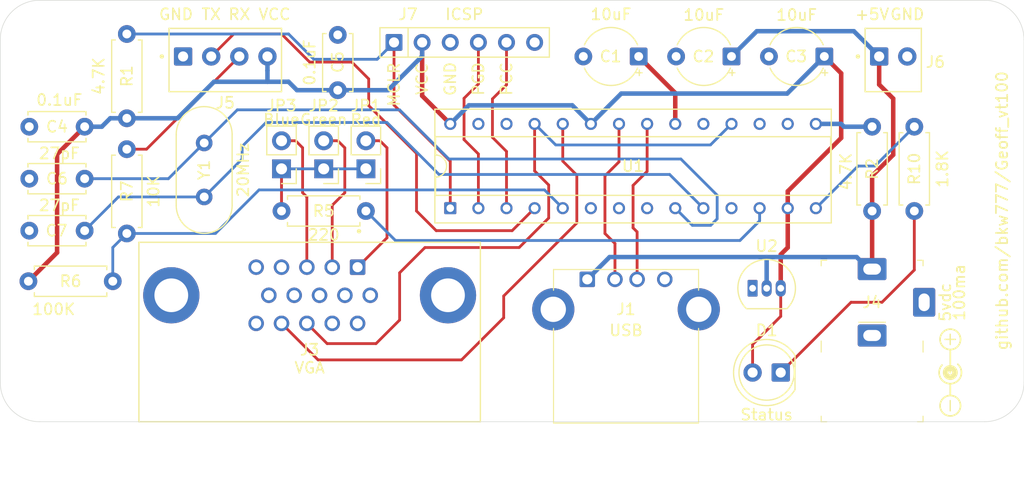
<source format=kicad_pcb>
(kicad_pcb (version 20171130) (host pcbnew 5.1.6-c6e7f7d~87~ubuntu20.04.1)

  (general
    (thickness 1.6)
    (drawings 22)
    (tracks 171)
    (zones 0)
    (modules 31)
    (nets 25)
  )

  (page USLetter portrait)
  (layers
    (0 F.Cu signal)
    (31 B.Cu signal hide)
    (32 B.Adhes user)
    (33 F.Adhes user)
    (34 B.Paste user)
    (35 F.Paste user)
    (36 B.SilkS user)
    (37 F.SilkS user)
    (38 B.Mask user)
    (39 F.Mask user)
    (40 Dwgs.User user hide)
    (41 Cmts.User user)
    (42 Eco1.User user)
    (43 Eco2.User user)
    (44 Edge.Cuts user)
    (45 Margin user)
    (46 B.CrtYd user)
    (47 F.CrtYd user)
    (48 B.Fab user)
    (49 F.Fab user hide)
  )

  (setup
    (last_trace_width 0.254)
    (user_trace_width 0.4064)
    (trace_clearance 0.1778)
    (zone_clearance 0.1524)
    (zone_45_only no)
    (trace_min 0.1524)
    (via_size 0.4064)
    (via_drill 0.254)
    (via_min_size 0.4064)
    (via_min_drill 0.254)
    (user_via 0.4064 0.254)
    (uvia_size 0.4064)
    (uvia_drill 0.254)
    (uvias_allowed no)
    (uvia_min_size 0.4064)
    (uvia_min_drill 0.254)
    (edge_width 0.05)
    (segment_width 0.2)
    (pcb_text_width 0.3)
    (pcb_text_size 1.5 1.5)
    (mod_edge_width 0.12)
    (mod_text_size 1 1)
    (mod_text_width 0.15)
    (pad_size 5.08 5.08)
    (pad_drill 3.048)
    (pad_to_mask_clearance 0)
    (solder_mask_min_width 0.1778)
    (aux_axis_origin 0 0)
    (grid_origin 25.4 25.4)
    (visible_elements FFFFFF7F)
    (pcbplotparams
      (layerselection 0x010fc_ffffffff)
      (usegerberextensions false)
      (usegerberattributes false)
      (usegerberadvancedattributes false)
      (creategerberjobfile false)
      (excludeedgelayer true)
      (linewidth 0.100000)
      (plotframeref false)
      (viasonmask false)
      (mode 1)
      (useauxorigin false)
      (hpglpennumber 1)
      (hpglpenspeed 20)
      (hpglpendiameter 15.000000)
      (psnegative false)
      (psa4output false)
      (plotreference true)
      (plotvalue true)
      (plotinvisibletext false)
      (padsonsilk false)
      (subtractmaskfromsilk false)
      (outputformat 4)
      (mirror false)
      (drillshape 0)
      (scaleselection 1)
      (outputdirectory ""))
  )

  (net 0 "")
  (net 1 GND)
  (net 2 "Net-(C1-Pad1)")
  (net 3 +5V)
  (net 4 VCC)
  (net 5 "Net-(C6-Pad1)")
  (net 6 "Net-(C7-Pad1)")
  (net 7 "Net-(D1-Pad1)")
  (net 8 USB_D+)
  (net 9 USB_D-)
  (net 10 VGA_VSYNCH)
  (net 11 VGA_HSYNCH)
  (net 12 "Net-(J3-Pad3)")
  (net 13 "Net-(J3-Pad2)")
  (net 14 "Net-(J3-Pad1)")
  (net 15 "Net-(J5-Pad3)")
  (net 16 SERIAL_TXD)
  (net 17 ICSP_PCC)
  (net 18 ICSP_PGD)
  (net 19 ICSP_MCLR)
  (net 20 "Net-(JP1-Pad1)")
  (net 21 "Net-(R2-Pad1)")
  (net 22 SERIAL_RXD)
  (net 23 VGA_VIDEO)
  (net 24 "Net-(R10-Pad1)")

  (net_class Default "This is the default net class."
    (clearance 0.1778)
    (trace_width 0.254)
    (via_dia 0.4064)
    (via_drill 0.254)
    (uvia_dia 0.4064)
    (uvia_drill 0.254)
    (diff_pair_width 0.1778)
    (diff_pair_gap 0.254)
    (add_net +5V)
    (add_net GND)
    (add_net ICSP_MCLR)
    (add_net ICSP_PCC)
    (add_net ICSP_PGD)
    (add_net "Net-(C1-Pad1)")
    (add_net "Net-(C6-Pad1)")
    (add_net "Net-(C7-Pad1)")
    (add_net "Net-(D1-Pad1)")
    (add_net "Net-(J3-Pad1)")
    (add_net "Net-(J3-Pad2)")
    (add_net "Net-(J3-Pad3)")
    (add_net "Net-(J5-Pad3)")
    (add_net "Net-(JP1-Pad1)")
    (add_net "Net-(R10-Pad1)")
    (add_net "Net-(R2-Pad1)")
    (add_net SERIAL_RXD)
    (add_net SERIAL_TXD)
    (add_net USB_D+)
    (add_net USB_D-)
    (add_net VCC)
    (add_net VGA_HSYNCH)
    (add_net VGA_VIDEO)
    (add_net VGA_VSYNCH)
  )

  (module 0_LOCAL:DIP-28_W7.62mm_Socket placed (layer F.Cu) (tedit 5F444740) (tstamp 5DBDC064)
    (at 66.04 44.196 90)
    (descr "28-lead though-hole mounted DIP package, row spacing 7.62 mm (300 mils), Socket")
    (tags "THT DIP DIL PDIP 2.54mm 7.62mm 300mil Socket")
    (path /5D617B4B)
    (fp_text reference U1 (at 3.81 16.51 180) (layer F.SilkS)
      (effects (font (size 1 1) (thickness 0.15)))
    )
    (fp_text value PIC32MX270F256B-I_SP (at 3.556 27.686 180) (layer F.Fab) hide
      (effects (font (size 1 1) (thickness 0.15)))
    )
    (fp_arc (start 3.81 -1.33) (end 2.81 -1.33) (angle -180) (layer F.SilkS) (width 0.12))
    (fp_text user %R (at 3.81 16.51 180) (layer F.Fab)
      (effects (font (size 1 1) (thickness 0.15)))
    )
    (fp_line (start 1.635 -1.27) (end 6.985 -1.27) (layer F.Fab) (width 0.1))
    (fp_line (start 6.985 -1.27) (end 6.985 34.29) (layer F.Fab) (width 0.1))
    (fp_line (start 6.985 34.29) (end 0.635 34.29) (layer F.Fab) (width 0.1))
    (fp_line (start 0.635 34.29) (end 0.635 -0.27) (layer F.Fab) (width 0.1))
    (fp_line (start 0.635 -0.27) (end 1.635 -1.27) (layer F.Fab) (width 0.1))
    (fp_line (start -1.27 -1.33) (end -1.27 34.35) (layer F.Fab) (width 0.1))
    (fp_line (start -1.27 34.35) (end 8.89 34.35) (layer F.Fab) (width 0.1))
    (fp_line (start 8.89 34.35) (end 8.89 -1.33) (layer F.Fab) (width 0.1))
    (fp_line (start 8.89 -1.33) (end -1.27 -1.33) (layer F.Fab) (width 0.1))
    (fp_line (start 2.81 -1.33) (end 1.16 -1.33) (layer F.SilkS) (width 0.12))
    (fp_line (start 1.16 -1.33) (end 1.16 34.35) (layer F.SilkS) (width 0.12))
    (fp_line (start 1.16 34.35) (end 6.46 34.35) (layer F.SilkS) (width 0.12))
    (fp_line (start 6.46 34.35) (end 6.46 -1.33) (layer F.SilkS) (width 0.12))
    (fp_line (start 6.46 -1.33) (end 4.81 -1.33) (layer F.SilkS) (width 0.12))
    (fp_line (start -1.33 -1.39) (end -1.33 34.41) (layer F.SilkS) (width 0.12))
    (fp_line (start -1.33 34.41) (end 8.95 34.41) (layer F.SilkS) (width 0.12))
    (fp_line (start 8.95 34.41) (end 8.95 -1.39) (layer F.SilkS) (width 0.12))
    (fp_line (start 8.95 -1.39) (end -1.33 -1.39) (layer F.SilkS) (width 0.12))
    (fp_line (start -1.55 -1.6) (end -1.55 34.65) (layer F.CrtYd) (width 0.05))
    (fp_line (start -1.55 34.65) (end 9.15 34.65) (layer F.CrtYd) (width 0.05))
    (fp_line (start 9.15 34.65) (end 9.15 -1.6) (layer F.CrtYd) (width 0.05))
    (fp_line (start 9.15 -1.6) (end -1.55 -1.6) (layer F.CrtYd) (width 0.05))
    (pad 1 thru_hole roundrect (at 0 0 90) (size 1.0922 1.0922) (drill 0.6858) (layers *.Cu *.Mask) (roundrect_rratio 0.1)
      (net 19 ICSP_MCLR))
    (pad 15 thru_hole circle (at 7.62 33.02 90) (size 1.0922 1.0922) (drill 0.6858) (layers *.Cu *.Mask)
      (net 21 "Net-(R2-Pad1)"))
    (pad 2 thru_hole circle (at 0 2.54 90) (size 1.0922 1.0922) (drill 0.6858) (layers *.Cu *.Mask)
      (net 18 ICSP_PGD))
    (pad 16 thru_hole circle (at 7.62 30.48 90) (size 1.0922 1.0922) (drill 0.6858) (layers *.Cu *.Mask))
    (pad 3 thru_hole circle (at 0 5.08 90) (size 1.0922 1.0922) (drill 0.6858) (layers *.Cu *.Mask)
      (net 17 ICSP_PCC))
    (pad 17 thru_hole circle (at 7.62 27.94 90) (size 1.0922 1.0922) (drill 0.6858) (layers *.Cu *.Mask))
    (pad 4 thru_hole circle (at 0 7.62 90) (size 1.0922 1.0922) (drill 0.6858) (layers *.Cu *.Mask)
      (net 16 SERIAL_TXD))
    (pad 18 thru_hole circle (at 7.62 25.4 90) (size 1.0922 1.0922) (drill 0.6858) (layers *.Cu *.Mask)
      (net 11 VGA_HSYNCH))
    (pad 5 thru_hole circle (at 0 10.16 90) (size 1.0922 1.0922) (drill 0.6858) (layers *.Cu *.Mask)
      (net 22 SERIAL_RXD))
    (pad 19 thru_hole circle (at 7.62 22.86 90) (size 1.0922 1.0922) (drill 0.6858) (layers *.Cu *.Mask)
      (net 1 GND))
    (pad 6 thru_hole circle (at 0 12.7 90) (size 1.0922 1.0922) (drill 0.6858) (layers *.Cu *.Mask))
    (pad 20 thru_hole circle (at 7.62 20.32 90) (size 1.0922 1.0922) (drill 0.6858) (layers *.Cu *.Mask)
      (net 2 "Net-(C1-Pad1)"))
    (pad 7 thru_hole circle (at 0 15.24 90) (size 1.0922 1.0922) (drill 0.6858) (layers *.Cu *.Mask))
    (pad 21 thru_hole circle (at 7.62 17.78 90) (size 1.0922 1.0922) (drill 0.6858) (layers *.Cu *.Mask)
      (net 8 USB_D+))
    (pad 8 thru_hole circle (at 0 17.78 90) (size 1.0922 1.0922) (drill 0.6858) (layers *.Cu *.Mask)
      (net 1 GND))
    (pad 22 thru_hole circle (at 7.62 15.24 90) (size 1.0922 1.0922) (drill 0.6858) (layers *.Cu *.Mask)
      (net 9 USB_D-))
    (pad 9 thru_hole circle (at 0 20.32 90) (size 1.0922 1.0922) (drill 0.6858) (layers *.Cu *.Mask)
      (net 5 "Net-(C6-Pad1)"))
    (pad 23 thru_hole circle (at 7.62 12.7 90) (size 1.0922 1.0922) (drill 0.6858) (layers *.Cu *.Mask)
      (net 4 VCC))
    (pad 10 thru_hole circle (at 0 22.86 90) (size 1.0922 1.0922) (drill 0.6858) (layers *.Cu *.Mask)
      (net 6 "Net-(C7-Pad1)"))
    (pad 24 thru_hole circle (at 7.62 10.16 90) (size 1.0922 1.0922) (drill 0.6858) (layers *.Cu *.Mask)
      (net 10 VGA_VSYNCH))
    (pad 11 thru_hole circle (at 0 25.4 90) (size 1.0922 1.0922) (drill 0.6858) (layers *.Cu *.Mask))
    (pad 25 thru_hole circle (at 7.62 7.62 90) (size 1.0922 1.0922) (drill 0.6858) (layers *.Cu *.Mask)
      (net 11 VGA_HSYNCH))
    (pad 12 thru_hole circle (at 0 27.94 90) (size 1.0922 1.0922) (drill 0.6858) (layers *.Cu *.Mask)
      (net 23 VGA_VIDEO))
    (pad 26 thru_hole circle (at 7.62 5.08 90) (size 1.0922 1.0922) (drill 0.6858) (layers *.Cu *.Mask))
    (pad 13 thru_hole circle (at 0 30.48 90) (size 1.0922 1.0922) (drill 0.6858) (layers *.Cu *.Mask)
      (net 4 VCC))
    (pad 27 thru_hole circle (at 7.62 2.54 90) (size 1.0922 1.0922) (drill 0.6858) (layers *.Cu *.Mask)
      (net 1 GND))
    (pad 14 thru_hole circle (at 0 33.02 90) (size 1.0922 1.0922) (drill 0.6858) (layers *.Cu *.Mask)
      (net 24 "Net-(R10-Pad1)"))
    (pad 28 thru_hole circle (at 7.62 0 90) (size 1.0922 1.0922) (drill 0.6858) (layers *.Cu *.Mask)
      (net 4 VCC))
    (model ${KIPRJMOD}/3d/DIP-28_W7.62mm_Socket.wrl
      (at (xyz 0 0 0))
      (scale (xyz 1 1 1))
      (rotate (xyz 0 0 0))
    )
    (model ${KIPRJMOD}/3d/DIP-28_W7.62mm.wrl
      (offset (xyz 0 0 4.0132))
      (scale (xyz 1 1 1))
      (rotate (xyz 0 0 0))
    )
  )

  (module 0_LOCAL:LED_D5.0mm (layer F.Cu) (tedit 5F4445A3) (tstamp 5DBDC6B9)
    (at 95.885 59.055 180)
    (descr "LED, diameter 5.0mm, 2 pins, http://cdn-reichelt.de/documents/datenblatt/A500/LL-504BC2E-009.pdf")
    (tags "LED diameter 5.0mm 2 pins")
    (path /5D6C1B25)
    (fp_text reference D1 (at 1.27 3.81) (layer F.SilkS)
      (effects (font (size 1 1) (thickness 0.15)))
    )
    (fp_text value Status (at 1.27 -3.81) (layer F.SilkS)
      (effects (font (size 1 1) (thickness 0.15)))
    )
    (fp_arc (start 1.27 0) (end -1.23 -1.469694) (angle 299.1) (layer F.Fab) (width 0.1))
    (fp_arc (start 1.27 0) (end -1.29 -1.54483) (angle 148.9) (layer F.SilkS) (width 0.12))
    (fp_arc (start 1.27 0) (end -1.29 1.54483) (angle -148.9) (layer F.SilkS) (width 0.12))
    (fp_text user %R (at 1.25 0) (layer F.Fab)
      (effects (font (size 0.8 0.8) (thickness 0.2)))
    )
    (fp_circle (center 1.27 0) (end 3.77 0) (layer F.Fab) (width 0.1))
    (fp_circle (center 1.27 0) (end 3.77 0) (layer F.SilkS) (width 0.12))
    (fp_line (start -1.23 -1.469694) (end -1.23 1.469694) (layer F.Fab) (width 0.1))
    (fp_line (start -1.29 -1.545) (end -1.29 1.545) (layer F.SilkS) (width 0.12))
    (fp_line (start -1.95 -3.25) (end -1.95 3.25) (layer F.CrtYd) (width 0.05))
    (fp_line (start -1.95 3.25) (end 4.5 3.25) (layer F.CrtYd) (width 0.05))
    (fp_line (start 4.5 3.25) (end 4.5 -3.25) (layer F.CrtYd) (width 0.05))
    (fp_line (start 4.5 -3.25) (end -1.95 -3.25) (layer F.CrtYd) (width 0.05))
    (pad 1 thru_hole roundrect (at 0 0 180) (size 1.651 1.651) (drill 0.9144) (layers *.Cu *.Mask) (roundrect_rratio 0.1)
      (net 7 "Net-(D1-Pad1)"))
    (pad 2 thru_hole circle (at 2.54 0 180) (size 1.651 1.651) (drill 0.9144) (layers *.Cu *.Mask)
      (net 4 VCC))
    (model ${KIPRJMOD}/3d/LED_D5.0mm.wrl
      (at (xyz 0 0 0))
      (scale (xyz 1 1 1))
      (rotate (xyz 0 0 0))
    )
  )

  (module 0_LOCAL:TO-92_Inline_Narrow_Oval (layer F.Cu) (tedit 5F44448C) (tstamp 5F43358E)
    (at 93.345 51.435)
    (descr "TO-92 leads in-line, narrow, oval pads, drill 0.6mm (see NXP sot054_po.pdf)")
    (tags "to-92 sc-43 sc-43a sot54 PA33 transistor")
    (path /5D604750)
    (fp_text reference U2 (at 1.27 -3.81) (layer F.SilkS)
      (effects (font (size 1 1) (thickness 0.15)))
    )
    (fp_text value MCP1700-3302E_TO92 (at 1.27 2.79) (layer F.Fab) hide
      (effects (font (size 1 1) (thickness 0.15)))
    )
    (fp_text user %R (at 1.27 -4.4) (layer F.Fab) hide
      (effects (font (size 1 1) (thickness 0.15)))
    )
    (fp_arc (start 1.27 0) (end 1.27 -2.48) (angle 135) (layer F.Fab) (width 0.1))
    (fp_arc (start 1.27 0) (end 1.27 -2.6) (angle -135) (layer F.SilkS) (width 0.12))
    (fp_arc (start 1.27 0) (end 1.27 -2.48) (angle -135) (layer F.Fab) (width 0.1))
    (fp_arc (start 1.27 0) (end 1.27 -2.6) (angle 135) (layer F.SilkS) (width 0.12))
    (fp_line (start -0.53 1.85) (end 3.07 1.85) (layer F.SilkS) (width 0.12))
    (fp_line (start -0.5 1.75) (end 3 1.75) (layer F.Fab) (width 0.1))
    (fp_line (start -1.46 -2.73) (end 4 -2.73) (layer F.CrtYd) (width 0.05))
    (fp_line (start -1.46 -2.73) (end -1.46 2.01) (layer F.CrtYd) (width 0.05))
    (fp_line (start 4 2.01) (end 4 -2.73) (layer F.CrtYd) (width 0.05))
    (fp_line (start 4 2.01) (end -1.46 2.01) (layer F.CrtYd) (width 0.05))
    (pad 2 thru_hole oval (at 1.27 0 180) (size 0.9 1.5) (drill 0.6096) (layers *.Cu *.Mask)
      (net 3 +5V))
    (pad 3 thru_hole oval (at 2.54 0 180) (size 0.9 1.5) (drill 0.6096) (layers *.Cu *.Mask)
      (net 4 VCC))
    (pad 1 thru_hole roundrect (at 0 0 180) (size 0.9 1.5) (drill 0.6096) (layers *.Cu *.Mask) (roundrect_rratio 0.1)
      (net 1 GND))
    (model ${KIPRJMOD}/3d/TO-92_Inline.wrl
      (at (xyz 0 0 0))
      (scale (xyz 1 1 1))
      (rotate (xyz 0 0 0))
    )
  )

  (module 0_LOCAL:Pin_Header_Straight_1x02_Pitch2.54mm (layer F.Cu) (tedit 5F443E2F) (tstamp 5DBDBF22)
    (at 58.42 40.64 180)
    (descr "Through hole straight pin header, 1x02, 2.54mm pitch, single row")
    (tags "Through hole pin header THT 1x02 2.54mm single row")
    (path /5D6DDE04)
    (fp_text reference JP1 (at 0 5.715) (layer F.SilkS)
      (effects (font (size 1 1) (thickness 0.15)))
    )
    (fp_text value Red (at 0 4.445) (layer F.SilkS)
      (effects (font (size 1 1) (thickness 0.15)))
    )
    (fp_line (start -0.635 -1.27) (end 1.27 -1.27) (layer F.Fab) (width 0.1))
    (fp_line (start 1.27 -1.27) (end 1.27 3.81) (layer F.Fab) (width 0.1))
    (fp_line (start 1.27 3.81) (end -1.27 3.81) (layer F.Fab) (width 0.1))
    (fp_line (start -1.27 3.81) (end -1.27 -0.635) (layer F.Fab) (width 0.1))
    (fp_line (start -1.27 -0.635) (end -0.635 -1.27) (layer F.Fab) (width 0.1))
    (fp_line (start -1.33 3.87) (end 1.33 3.87) (layer F.SilkS) (width 0.12))
    (fp_line (start -1.33 1.27) (end -1.33 3.87) (layer F.SilkS) (width 0.12))
    (fp_line (start 1.33 1.27) (end 1.33 3.87) (layer F.SilkS) (width 0.12))
    (fp_line (start -1.33 1.27) (end 1.33 1.27) (layer F.SilkS) (width 0.12))
    (fp_line (start -1.33 0) (end -1.33 -1.33) (layer F.SilkS) (width 0.12))
    (fp_line (start -1.33 -1.33) (end 0 -1.33) (layer F.SilkS) (width 0.12))
    (fp_line (start -1.8 -1.8) (end -1.8 4.35) (layer F.CrtYd) (width 0.05))
    (fp_line (start -1.8 4.35) (end 1.8 4.35) (layer F.CrtYd) (width 0.05))
    (fp_line (start 1.8 4.35) (end 1.8 -1.8) (layer F.CrtYd) (width 0.05))
    (fp_line (start 1.8 -1.8) (end -1.8 -1.8) (layer F.CrtYd) (width 0.05))
    (fp_text user %R (at 0 1.27 90) (layer F.Fab)
      (effects (font (size 1 1) (thickness 0.15)))
    )
    (pad 1 thru_hole rect (at 0 0 180) (size 1.7 1.7) (drill 1) (layers *.Cu *.Mask)
      (net 20 "Net-(JP1-Pad1)"))
    (pad 2 thru_hole oval (at 0 2.54 180) (size 1.7 1.7) (drill 1) (layers *.Cu *.Mask)
      (net 14 "Net-(J3-Pad1)"))
    (model ${KIPRJMOD}/3d/PinHeader_1x02_P2.54mm_Vertical.wrl
      (at (xyz 0 0 0))
      (scale (xyz 1 1 1))
      (rotate (xyz 0 0 0))
    )
  )

  (module 0_LOCAL:Pin_Header_Straight_1x02_Pitch2.54mm (layer F.Cu) (tedit 5F443E2F) (tstamp 5DBDBEE0)
    (at 54.61 40.64 180)
    (descr "Through hole straight pin header, 1x02, 2.54mm pitch, single row")
    (tags "Through hole pin header THT 1x02 2.54mm single row")
    (path /5D6DE850)
    (fp_text reference JP2 (at 0 5.715) (layer F.SilkS)
      (effects (font (size 1 1) (thickness 0.15)))
    )
    (fp_text value Green (at 0 4.445) (layer F.SilkS)
      (effects (font (size 1 1) (thickness 0.15)))
    )
    (fp_line (start -0.635 -1.27) (end 1.27 -1.27) (layer F.Fab) (width 0.1))
    (fp_line (start 1.27 -1.27) (end 1.27 3.81) (layer F.Fab) (width 0.1))
    (fp_line (start 1.27 3.81) (end -1.27 3.81) (layer F.Fab) (width 0.1))
    (fp_line (start -1.27 3.81) (end -1.27 -0.635) (layer F.Fab) (width 0.1))
    (fp_line (start -1.27 -0.635) (end -0.635 -1.27) (layer F.Fab) (width 0.1))
    (fp_line (start -1.33 3.87) (end 1.33 3.87) (layer F.SilkS) (width 0.12))
    (fp_line (start -1.33 1.27) (end -1.33 3.87) (layer F.SilkS) (width 0.12))
    (fp_line (start 1.33 1.27) (end 1.33 3.87) (layer F.SilkS) (width 0.12))
    (fp_line (start -1.33 1.27) (end 1.33 1.27) (layer F.SilkS) (width 0.12))
    (fp_line (start -1.33 0) (end -1.33 -1.33) (layer F.SilkS) (width 0.12))
    (fp_line (start -1.33 -1.33) (end 0 -1.33) (layer F.SilkS) (width 0.12))
    (fp_line (start -1.8 -1.8) (end -1.8 4.35) (layer F.CrtYd) (width 0.05))
    (fp_line (start -1.8 4.35) (end 1.8 4.35) (layer F.CrtYd) (width 0.05))
    (fp_line (start 1.8 4.35) (end 1.8 -1.8) (layer F.CrtYd) (width 0.05))
    (fp_line (start 1.8 -1.8) (end -1.8 -1.8) (layer F.CrtYd) (width 0.05))
    (fp_text user %R (at 0 1.27 90) (layer F.Fab)
      (effects (font (size 1 1) (thickness 0.15)))
    )
    (pad 1 thru_hole rect (at 0 0 180) (size 1.7 1.7) (drill 1) (layers *.Cu *.Mask)
      (net 20 "Net-(JP1-Pad1)"))
    (pad 2 thru_hole oval (at 0 2.54 180) (size 1.7 1.7) (drill 1) (layers *.Cu *.Mask)
      (net 13 "Net-(J3-Pad2)"))
    (model ${KIPRJMOD}/3d/PinHeader_1x02_P2.54mm_Vertical.wrl
      (at (xyz 0 0 0))
      (scale (xyz 1 1 1))
      (rotate (xyz 0 0 0))
    )
  )

  (module 0_LOCAL:Pin_Header_Straight_1x02_Pitch2.54mm (layer F.Cu) (tedit 5F443E2F) (tstamp 5DBDC39C)
    (at 50.8 40.64 180)
    (descr "Through hole straight pin header, 1x02, 2.54mm pitch, single row")
    (tags "Through hole pin header THT 1x02 2.54mm single row")
    (path /5D6DEBCF)
    (fp_text reference JP3 (at 0 5.715 180) (layer F.SilkS)
      (effects (font (size 1 1) (thickness 0.15)))
    )
    (fp_text value Blue (at 0 4.445 180) (layer F.SilkS)
      (effects (font (size 1 1) (thickness 0.15)))
    )
    (fp_line (start -0.635 -1.27) (end 1.27 -1.27) (layer F.Fab) (width 0.1))
    (fp_line (start 1.27 -1.27) (end 1.27 3.81) (layer F.Fab) (width 0.1))
    (fp_line (start 1.27 3.81) (end -1.27 3.81) (layer F.Fab) (width 0.1))
    (fp_line (start -1.27 3.81) (end -1.27 -0.635) (layer F.Fab) (width 0.1))
    (fp_line (start -1.27 -0.635) (end -0.635 -1.27) (layer F.Fab) (width 0.1))
    (fp_line (start -1.33 3.87) (end 1.33 3.87) (layer F.SilkS) (width 0.12))
    (fp_line (start -1.33 1.27) (end -1.33 3.87) (layer F.SilkS) (width 0.12))
    (fp_line (start 1.33 1.27) (end 1.33 3.87) (layer F.SilkS) (width 0.12))
    (fp_line (start -1.33 1.27) (end 1.33 1.27) (layer F.SilkS) (width 0.12))
    (fp_line (start -1.33 0) (end -1.33 -1.33) (layer F.SilkS) (width 0.12))
    (fp_line (start -1.33 -1.33) (end 0 -1.33) (layer F.SilkS) (width 0.12))
    (fp_line (start -1.8 -1.8) (end -1.8 4.35) (layer F.CrtYd) (width 0.05))
    (fp_line (start -1.8 4.35) (end 1.8 4.35) (layer F.CrtYd) (width 0.05))
    (fp_line (start 1.8 4.35) (end 1.8 -1.8) (layer F.CrtYd) (width 0.05))
    (fp_line (start 1.8 -1.8) (end -1.8 -1.8) (layer F.CrtYd) (width 0.05))
    (fp_text user %R (at 0 1.27 270) (layer F.Fab)
      (effects (font (size 1 1) (thickness 0.15)))
    )
    (pad 1 thru_hole rect (at 0 0 180) (size 1.7 1.7) (drill 1) (layers *.Cu *.Mask)
      (net 20 "Net-(JP1-Pad1)"))
    (pad 2 thru_hole oval (at 0 2.54 180) (size 1.7 1.7) (drill 1) (layers *.Cu *.Mask)
      (net 12 "Net-(J3-Pad3)"))
    (model ${KIPRJMOD}/3d/PinHeader_1x02_P2.54mm_Vertical.wrl
      (at (xyz 0 0 0))
      (scale (xyz 1 1 1))
      (rotate (xyz 0 0 0))
    )
  )

  (module 0_LOCAL:USB_A_Female_UE27AC54100 (layer F.Cu) (tedit 5F43BAC8) (tstamp 5F4310C4)
    (at 81.915 53.34)
    (path /5D63C044)
    (fp_text reference J1 (at 0 0 unlocked) (layer F.SilkS)
      (effects (font (size 1 1) (thickness 0.15)))
    )
    (fp_text value USB (at 0 1.905 180) (layer F.SilkS)
      (effects (font (size 1 1) (thickness 0.15)))
    )
    (fp_line (start -6.55 -3.6) (end 6.55 -3.6) (layer F.SilkS) (width 0.1))
    (fp_line (start 6.55 1.725) (end 6.55 10.28) (layer F.SilkS) (width 0.1))
    (fp_line (start -6.55 1.725) (end -6.55 10.28) (layer F.SilkS) (width 0.1))
    (fp_line (start -6.55 -3.6) (end -6.55 -1.725) (layer F.SilkS) (width 0.1))
    (fp_line (start -6.55 -3.6) (end 6.55 -3.6) (layer F.Fab) (width 0.1))
    (fp_line (start 6.55 -3.6) (end 6.55 10.28) (layer F.Fab) (width 0.1))
    (fp_line (start -6.55 -3.6) (end -6.55 10.28) (layer F.Fab) (width 0.1))
    (fp_line (start -6.55 10.28) (end 6.55 10.28) (layer F.Fab) (width 0.1))
    (fp_line (start 6.55 -3.6) (end 6.55 -1.725) (layer F.SilkS) (width 0.1))
    (fp_line (start 6.55 10.28) (end -6.55 10.28) (layer F.SilkS) (width 0.1))
    (fp_line (start -8.45 -3.94) (end 8.45 -3.94) (layer F.CrtYd) (width 0.05))
    (fp_line (start 8.45 -3.94) (end 8.45 10.375) (layer F.CrtYd) (width 0.05))
    (fp_line (start -8.45 -3.94) (end -8.45 10.375) (layer F.CrtYd) (width 0.05))
    (fp_line (start -8.45 10.375) (end 8.45 10.375) (layer F.CrtYd) (width 0.05))
    (fp_text user %R (at -0.025 0.975 180) (layer F.Fab)
      (effects (font (size 1 1) (thickness 0.15)))
    )
    (pad 4 thru_hole circle (at 3.5 -2.71) (size 1.397 1.397) (drill 0.9144) (layers *.Cu *.Mask)
      (net 1 GND))
    (pad 3 thru_hole circle (at 1 -2.71) (size 1.397 1.397) (drill 0.9144) (layers *.Cu *.Mask)
      (net 8 USB_D+))
    (pad 2 thru_hole circle (at -1 -2.71) (size 1.397 1.397) (drill 0.9144) (layers *.Cu *.Mask)
      (net 9 USB_D-))
    (pad 1 thru_hole roundrect (at -3.5 -2.71) (size 1.397 1.397) (drill 0.9144) (layers *.Cu *.Mask) (roundrect_rratio 0.1)
      (net 3 +5V))
    (pad 5 thru_hole circle (at 6.57 0) (size 3.81 3.81) (drill 2.286) (layers *.Cu *.Mask)
      (net 1 GND))
    (pad 5 thru_hole circle (at -6.57 0) (size 3.81 3.81) (drill 2.286) (layers *.Cu *.Mask)
      (net 1 GND))
    (model ${KIPRJMOD}/3d/USB-A_female_horiz_thru.step
      (offset (xyz 0 3.47472 6.8326))
      (scale (xyz 1 1 1))
      (rotate (xyz 0 0 0))
    )
  )

  (module 0_LOCAL:ICD15S13E4GX00LF (layer F.Cu) (tedit 5F43A484) (tstamp 5F444C76)
    (at 53.34 52.07)
    (path /5D68A209)
    (fp_text reference J3 (at 0 4.9276) (layer F.SilkS)
      (effects (font (size 1 1) (thickness 0.14986)))
    )
    (fp_text value VGA (at 0 6.5532) (layer F.SilkS)
      (effects (font (size 1 1) (thickness 0.14986)))
    )
    (fp_line (start 8.13 11.43) (end -8.13 11.43) (layer Eco2.User) (width 0.127))
    (fp_line (start -8.38 17.68) (end 8.38 17.68) (layer Eco1.User) (width 0.05))
    (fp_line (start -8.38 11.68) (end -8.38 17.68) (layer Eco1.User) (width 0.05))
    (fp_line (start -15.67 11.68) (end -8.38 11.68) (layer Eco1.User) (width 0.05))
    (fp_line (start -15.67 -5.04) (end -15.67 11.68) (layer Eco1.User) (width 0.05))
    (fp_line (start 15.67 -5.04) (end -15.67 -5.04) (layer Eco1.User) (width 0.05))
    (fp_line (start 15.67 11.68) (end 15.67 -5.04) (layer Eco1.User) (width 0.05))
    (fp_line (start 8.38 11.68) (end 15.67 11.68) (layer Eco1.User) (width 0.05))
    (fp_line (start 8.38 17.68) (end 8.38 11.68) (layer Eco1.User) (width 0.05))
    (fp_line (start -15.42 -4.79) (end -15.42 11.43) (layer F.SilkS) (width 0.127))
    (fp_line (start 15.42 -4.79) (end -15.42 -4.79) (layer F.SilkS) (width 0.127))
    (fp_line (start 15.42 11.43) (end 15.42 -4.79) (layer F.SilkS) (width 0.127))
    (fp_line (start -15.42 11.43) (end 15.42 11.43) (layer F.SilkS) (width 0.127))
    (fp_line (start -8.13 17.43) (end 8.13 17.43) (layer Eco2.User) (width 0.127))
    (fp_line (start -8.13 11.43) (end -8.13 17.43) (layer Eco2.User) (width 0.127))
    (fp_line (start -15.42 11.43) (end -8.13 11.43) (layer Eco2.User) (width 0.127))
    (fp_line (start -15.42 -4.79) (end -15.42 11.43) (layer Eco2.User) (width 0.127))
    (fp_line (start 15.42 -4.79) (end -15.42 -4.79) (layer Eco2.User) (width 0.127))
    (fp_line (start 15.42 11.43) (end 15.42 -4.79) (layer Eco2.User) (width 0.127))
    (fp_line (start 8.13 11.43) (end 15.42 11.43) (layer Eco2.User) (width 0.127))
    (fp_line (start 8.13 17.43) (end 8.13 11.43) (layer Eco2.User) (width 0.127))
    (fp_circle (center 4.46 -5.79) (end 4.56 -5.79) (layer Eco2.User) (width 0.2))
    (fp_circle (center 4.46 -5.79) (end 4.56 -5.79) (layer F.SilkS) (width 0.2))
    (pad S thru_hole circle (at 12.495 0) (size 5.08 5.08) (drill 3.048) (layers *.Cu *.Mask)
      (net 1 GND))
    (pad S thru_hole circle (at -12.495 0) (size 5.08 5.08) (drill 3.048) (layers *.Cu *.Mask)
      (net 1 GND))
    (pad 15 thru_hole circle (at -4.83 2.54) (size 1.397 1.397) (drill 0.9144) (layers *.Cu *.Mask))
    (pad 14 thru_hole circle (at -2.54 2.54) (size 1.397 1.397) (drill 0.9144) (layers *.Cu *.Mask)
      (net 10 VGA_VSYNCH))
    (pad 13 thru_hole circle (at -0.25 2.54) (size 1.397 1.397) (drill 0.9144) (layers *.Cu *.Mask)
      (net 11 VGA_HSYNCH))
    (pad 12 thru_hole circle (at 2.04 2.54) (size 1.397 1.397) (drill 0.9144) (layers *.Cu *.Mask))
    (pad 11 thru_hole circle (at 4.33 2.54) (size 1.397 1.397) (drill 0.9144) (layers *.Cu *.Mask))
    (pad 10 thru_hole circle (at -3.685 0) (size 1.397 1.397) (drill 0.9144) (layers *.Cu *.Mask)
      (net 1 GND))
    (pad 9 thru_hole circle (at -1.395 0) (size 1.397 1.397) (drill 0.9144) (layers *.Cu *.Mask))
    (pad 8 thru_hole circle (at 0.895 0) (size 1.397 1.397) (drill 0.9144) (layers *.Cu *.Mask)
      (net 1 GND))
    (pad 7 thru_hole circle (at 3.185 0) (size 1.397 1.397) (drill 0.9144) (layers *.Cu *.Mask)
      (net 1 GND))
    (pad 6 thru_hole circle (at 5.475 0) (size 1.397 1.397) (drill 0.9144) (layers *.Cu *.Mask)
      (net 1 GND))
    (pad 5 thru_hole circle (at -4.83 -2.54) (size 1.397 1.397) (drill 0.9144) (layers *.Cu *.Mask)
      (net 1 GND))
    (pad 4 thru_hole circle (at -2.54 -2.54) (size 1.397 1.397) (drill 0.9144) (layers *.Cu *.Mask))
    (pad 3 thru_hole circle (at -0.25 -2.54) (size 1.397 1.397) (drill 0.9144) (layers *.Cu *.Mask)
      (net 12 "Net-(J3-Pad3)"))
    (pad 2 thru_hole circle (at 2.04 -2.54) (size 1.397 1.397) (drill 0.9144) (layers *.Cu *.Mask)
      (net 13 "Net-(J3-Pad2)"))
    (pad 1 thru_hole roundrect (at 4.33 -2.54) (size 1.397 1.397) (drill 0.9144) (layers *.Cu *.Mask) (roundrect_rratio 0.1)
      (net 14 "Net-(J3-Pad1)"))
    (model ${KIPRJMOD}/3d/ICD15S13E4GX00LF.step
      (offset (xyz 0 -11.0236 0))
      (scale (xyz 1 1 1))
      (rotate (xyz -180 0 180))
    )
  )

  (module 0_LOCAL:Symbol_Barrel_Polarity locked (layer F.Cu) (tedit 5F43ACB1) (tstamp 5F4482BB)
    (at 111.125 59.055 90)
    (descr "Barrel connector polarity indicator")
    (tags "barrel polarity")
    (fp_text reference REF** (at 0 -2 90) (layer F.SilkS) hide
      (effects (font (size 1 1) (thickness 0.15)))
    )
    (fp_text value Symbol_Barrel_Polarity (at 0 2 90) (layer F.Fab) hide
      (effects (font (size 1 1) (thickness 0.15)))
    )
    (fp_line (start 0 0.075) (end 2 0.075) (layer F.SilkS) (width 0.15))
    (fp_line (start -2 0.075) (end -1.1 0.075) (layer F.SilkS) (width 0.15))
    (fp_circle (center -3 0.075) (end -3 1) (layer F.SilkS) (width 0.15))
    (fp_circle (center 3 0.075) (end 3 1) (layer F.SilkS) (width 0.15))
    (fp_circle (center 0 0.075) (end 0 0.25) (layer F.SilkS) (width 0.5))
    (fp_text user + (at 2.9972 -0.0254 90) (layer F.SilkS)
      (effects (font (size 1.2192 1.2192) (thickness 0.127)))
    )
    (fp_text user - (at -2.9972 -0.0254 90) (layer F.SilkS)
      (effects (font (size 1.2192 1.2192) (thickness 0.127)))
    )
    (fp_arc (start 0 0.075) (end 0.75 0.75) (angle 270) (layer F.SilkS) (width 0.15))
  )

  (module 0_LOCAL:Pin_Header_Straight_1x06_Pitch2.54mm (layer F.Cu) (tedit 5F438498) (tstamp 5DBDC0EB)
    (at 60.96 29.21 90)
    (descr "Through hole straight pin header, 1x06, 2.54mm pitch, single row")
    (tags "Through hole pin header THT 1x06 2.54mm single row")
    (path /5D7367CC)
    (fp_text reference J7 (at 2.54 1.27) (layer F.SilkS)
      (effects (font (size 1 1) (thickness 0.15)))
    )
    (fp_text value ICSP (at 2.54 6.35 180) (layer F.SilkS)
      (effects (font (size 1 1) (thickness 0.15)))
    )
    (fp_line (start 1.8 -1.8) (end -1.8 -1.8) (layer F.CrtYd) (width 0.05))
    (fp_line (start 1.8 14.5) (end 1.8 -1.8) (layer F.CrtYd) (width 0.05))
    (fp_line (start -1.8 14.5) (end 1.8 14.5) (layer F.CrtYd) (width 0.05))
    (fp_line (start -1.8 -1.8) (end -1.8 14.5) (layer F.CrtYd) (width 0.05))
    (fp_line (start -1.33 -1.27) (end 1.33 -1.27) (layer F.SilkS) (width 0.12))
    (fp_line (start 1.33 -1.27) (end 1.33 14.03) (layer F.SilkS) (width 0.12))
    (fp_line (start -1.33 -1.27) (end -1.33 14.03) (layer F.SilkS) (width 0.12))
    (fp_line (start -1.33 14.03) (end 1.33 14.03) (layer F.SilkS) (width 0.12))
    (fp_line (start -1.27 -0.635) (end -0.635 -1.27) (layer F.Fab) (width 0.1))
    (fp_line (start -1.27 13.97) (end -1.27 -0.635) (layer F.Fab) (width 0.1))
    (fp_line (start 1.27 13.97) (end -1.27 13.97) (layer F.Fab) (width 0.1))
    (fp_line (start 1.27 -1.27) (end 1.27 13.97) (layer F.Fab) (width 0.1))
    (fp_line (start -0.635 -1.27) (end 1.27 -1.27) (layer F.Fab) (width 0.1))
    (fp_line (start -1.27 1.27) (end 1.27 1.27) (layer F.SilkS) (width 0.12))
    (fp_text user %R (at 0 6.35 180) (layer F.Fab)
      (effects (font (size 1 1) (thickness 0.15)))
    )
    (pad 1 thru_hole roundrect (at 0 0 90) (size 1.524 1.524) (drill 0.9144) (layers *.Cu *.Mask) (roundrect_rratio 0.1)
      (net 19 ICSP_MCLR))
    (pad 2 thru_hole circle (at 0 2.54 90) (size 1.524 1.524) (drill 0.9144) (layers *.Cu *.Mask)
      (net 4 VCC))
    (pad 3 thru_hole circle (at 0 5.08 90) (size 1.524 1.524) (drill 0.9144) (layers *.Cu *.Mask)
      (net 1 GND))
    (pad 4 thru_hole circle (at 0 7.62 90) (size 1.524 1.524) (drill 0.9144) (layers *.Cu *.Mask)
      (net 18 ICSP_PGD))
    (pad 5 thru_hole circle (at 0 10.16 90) (size 1.524 1.524) (drill 0.9144) (layers *.Cu *.Mask)
      (net 17 ICSP_PCC))
    (pad 6 thru_hole circle (at 0 12.7 90) (size 1.524 1.524) (drill 0.9144) (layers *.Cu *.Mask))
    (model ${KIPRJMOD}/3d/PinHeader_1x06_P2.54mm_Vertical.wrl
      (at (xyz 0 0 0))
      (scale (xyz 1 1 1))
      (rotate (xyz 0 0 0))
    )
  )

  (module 0_LOCAL:Crystal_HC49-4H_Vertical (layer F.Cu) (tedit 5F4371F0) (tstamp 5DBDC1A2)
    (at 43.815 43.18 90)
    (descr "Crystal THT HC-49-4H http://5hertz.com/pdfs/04404_D.pdf")
    (tags "THT crystalHC-49-4H")
    (path /5D87100F)
    (fp_text reference Y1 (at 2.44 0 90) (layer F.SilkS)
      (effects (font (size 1 1) (thickness 0.15)))
    )
    (fp_text value 20MHz (at 2.44 3.525 90) (layer F.SilkS)
      (effects (font (size 1 1) (thickness 0.15)))
    )
    (fp_line (start 8.5 -2.8) (end -3.6 -2.8) (layer F.CrtYd) (width 0.05))
    (fp_line (start 8.5 2.8) (end 8.5 -2.8) (layer F.CrtYd) (width 0.05))
    (fp_line (start -3.6 2.8) (end 8.5 2.8) (layer F.CrtYd) (width 0.05))
    (fp_line (start -3.6 -2.8) (end -3.6 2.8) (layer F.CrtYd) (width 0.05))
    (fp_line (start -0.76 2.525) (end 5.64 2.525) (layer F.SilkS) (width 0.12))
    (fp_line (start -0.76 -2.525) (end 5.64 -2.525) (layer F.SilkS) (width 0.12))
    (fp_line (start -0.56 2) (end 5.44 2) (layer F.Fab) (width 0.1))
    (fp_line (start -0.56 -2) (end 5.44 -2) (layer F.Fab) (width 0.1))
    (fp_line (start -0.76 2.325) (end 5.64 2.325) (layer F.Fab) (width 0.1))
    (fp_line (start -0.76 -2.325) (end 5.64 -2.325) (layer F.Fab) (width 0.1))
    (fp_text user %R (at 2.44 0 90) (layer F.Fab)
      (effects (font (size 1 1) (thickness 0.15)))
    )
    (fp_arc (start -0.76 0) (end -0.76 -2.325) (angle -180) (layer F.Fab) (width 0.1))
    (fp_arc (start 5.64 0) (end 5.64 -2.325) (angle 180) (layer F.Fab) (width 0.1))
    (fp_arc (start -0.56 0) (end -0.56 -2) (angle -180) (layer F.Fab) (width 0.1))
    (fp_arc (start 5.44 0) (end 5.44 -2) (angle 180) (layer F.Fab) (width 0.1))
    (fp_arc (start -0.76 0) (end -0.76 -2.525) (angle -180) (layer F.SilkS) (width 0.12))
    (fp_arc (start 5.64 0) (end 5.64 -2.525) (angle 180) (layer F.SilkS) (width 0.12))
    (pad 1 thru_hole circle (at 0 0 90) (size 1.5 1.5) (drill 0.8) (layers *.Cu *.Mask)
      (net 6 "Net-(C7-Pad1)"))
    (pad 2 thru_hole circle (at 4.88 0 90) (size 1.5 1.5) (drill 0.8) (layers *.Cu *.Mask)
      (net 5 "Net-(C6-Pad1)"))
    (model ${KISYS3DMOD}/Crystals.3dshapes/Crystal_HC49-4H_Vertical.wrl
      (at (xyz 0 0 0))
      (scale (xyz 0.393701 0.393701 0.393701))
      (rotate (xyz 0 0 0))
    )
    (model ${KIPRJMOD}/3d/Crystal_HC49-4H_Vertical.wrl
      (at (xyz 0 0 0))
      (scale (xyz 1 1 1))
      (rotate (xyz 0 0 0))
    )
  )

  (module 0_LOCAL:Barrel_Jack_5.5mmODx2.1mmID_PJ-102A (layer F.Cu) (tedit 5F436679) (tstamp 5F435045)
    (at 104.14 52.705 180)
    (path /5F4A7862)
    (fp_text reference J4 (at 0 0) (layer F.SilkS)
      (effects (font (size 1 1) (thickness 0.15)))
    )
    (fp_text value PJ-102A (at 0 5.8) (layer F.Fab)
      (effects (font (size 1 1) (thickness 0.15)))
    )
    (fp_line (start -4.5 3.7) (end 4.5 3.7) (layer F.Fab) (width 0.1))
    (fp_line (start -4.5 3.7) (end -4.5 -10.7) (layer F.Fab) (width 0.1))
    (fp_line (start 4.5 3.7) (end 4.5 -10.7) (layer F.Fab) (width 0.1))
    (fp_line (start -4.5 -10.7) (end 4.5 -10.7) (layer F.Fab) (width 0.1))
    (fp_line (start 4.6 3.8) (end 4.1 3.8) (layer F.SilkS) (width 0.1))
    (fp_line (start 4.6 3.8) (end 4.6 3.3) (layer F.SilkS) (width 0.1))
    (fp_line (start -4.6 3.8) (end -4.1 3.8) (layer F.SilkS) (width 0.1))
    (fp_line (start -4.6 3.8) (end -4.6 3.3) (layer F.SilkS) (width 0.1))
    (fp_line (start -1.2 -1.8) (end 1.2 -1.8) (layer F.SilkS) (width 0.1))
    (fp_line (start -4.6 -10.8) (end -4.6 -10.3) (layer F.SilkS) (width 0.1))
    (fp_line (start -4.6 -10.8) (end -4.1 -10.8) (layer F.SilkS) (width 0.1))
    (fp_line (start 4.6 -10.8) (end 4.1 -10.8) (layer F.SilkS) (width 0.1))
    (fp_line (start 4.6 -10.8) (end 4.6 -10.3) (layer F.SilkS) (width 0.1))
    (fp_line (start -4.6 -3.5) (end -4.6 -4.5) (layer F.SilkS) (width 0.1))
    (fp_line (start 4.6 -3.5) (end 4.6 -4.5) (layer F.SilkS) (width 0.1))
    (fp_line (start -5.9 -10.95) (end 4.8 -10.95) (layer F.CrtYd) (width 0.05))
    (fp_line (start -5.9 -10.95) (end -5.9 4.25) (layer F.CrtYd) (width 0.05))
    (fp_line (start 4.8 -10.95) (end 4.8 4.25) (layer F.CrtYd) (width 0.05))
    (fp_line (start -5.9 4.25) (end 4.8 4.25) (layer F.CrtYd) (width 0.05))
    (pad 2 thru_hole roundrect (at 0 -3 180) (size 2.6 2) (drill oval 1.6 1) (layers *.Cu *.Mask) (roundrect_rratio 0.1)
      (net 1 GND))
    (pad 1 thru_hole roundrect (at 0 3 180) (size 2.6 2) (drill oval 1.6 1) (layers *.Cu *.Mask) (roundrect_rratio 0.1)
      (net 3 +5V))
    (pad 3 thru_hole roundrect (at -4.7 0 180) (size 2 2.6) (drill oval 1 1.6) (layers *.Cu *.Mask) (roundrect_rratio 0.1)
      (net 1 GND))
    (model ${KIPRJMOD}/3d/CUI_DEVICES_PJ-102A.step
      (offset (xyz 0 10.668 6.4516))
      (scale (xyz 1 1 1))
      (rotate (xyz -90 0 -90))
    )
  )

  (module terminal:TE_3-641215-4 (layer F.Cu) (tedit 5F407B9F) (tstamp 5DBDC879)
    (at 41.91 30.48 180)
    (path /5D91E12B)
    (fp_text reference J5 (at -3.81 -4.191 180) (layer F.SilkS)
      (effects (font (size 1 1) (thickness 0.1516)))
    )
    (fp_text value Serial (at -6.715 4.405 180) (layer F.SilkS) hide
      (effects (font (size 1 1) (thickness 0.05)))
    )
    (fp_line (start -8.89 2.54) (end -8.89 -3.18) (layer Eco2.User) (width 0.127))
    (fp_line (start -8.89 -3.18) (end 1.27 -3.18) (layer Eco2.User) (width 0.127))
    (fp_line (start 1.27 -3.18) (end 1.27 2.54) (layer Eco2.User) (width 0.127))
    (fp_line (start 1.27 2.54) (end -8.89 2.54) (layer Eco2.User) (width 0.127))
    (fp_line (start -8.89 2.54) (end -8.89 -3.18) (layer Eco2.User) (width 0.127))
    (fp_line (start -8.89 -3.18) (end 1.27 -3.18) (layer Eco2.User) (width 0.127))
    (fp_line (start 1.27 -3.18) (end 1.27 2.54) (layer Eco2.User) (width 0.127))
    (fp_line (start -8.89 2.54) (end -8.89 -3.18) (layer F.SilkS) (width 0.127))
    (fp_line (start 1.27 -3.18) (end 1.27 2.54) (layer F.SilkS) (width 0.127))
    (fp_line (start 1.27 -3.18) (end -8.89 -3.18) (layer F.SilkS) (width 0.127))
    (fp_line (start 1.27 2.54) (end -8.89 2.54) (layer F.SilkS) (width 0.127))
    (fp_line (start -9.14 2.79) (end -9.14 -3.43) (layer Eco1.User) (width 0.05))
    (fp_line (start -9.14 -3.43) (end 1.52 -3.43) (layer Eco1.User) (width 0.05))
    (fp_line (start 1.52 -3.43) (end 1.52 2.79) (layer Eco1.User) (width 0.05))
    (fp_line (start 1.52 2.79) (end -9.14 2.79) (layer Eco1.User) (width 0.05))
    (fp_circle (center 1.92 0) (end 2.02 0) (layer F.SilkS) (width 0.2))
    (fp_circle (center 1.92 0) (end 2.02 0) (layer Eco2.User) (width 0.2))
    (pad 4 thru_hole circle (at -7.62 0 180) (size 1.651 1.651) (drill 0.9144) (layers *.Cu *.Mask)
      (net 4 VCC))
    (pad 3 thru_hole circle (at -5.08 0 180) (size 1.651 1.651) (drill 0.9144) (layers *.Cu *.Mask)
      (net 15 "Net-(J5-Pad3)"))
    (pad 2 thru_hole circle (at -2.54 0 180) (size 1.651 1.651) (drill 0.9144) (layers *.Cu *.Mask)
      (net 16 SERIAL_TXD))
    (pad 1 thru_hole roundrect (at 0 0 180) (size 1.651 1.651) (drill 0.9144) (layers *.Cu *.Mask) (roundrect_rratio 0.1)
      (net 1 GND))
    (model ${KIPRJMOD}/3d/c-3-641215-4-z-3d.stp
      (offset (xyz -3.81 -0 2.54))
      (scale (xyz 1 1 1))
      (rotate (xyz 0 0 0))
    )
  )

  (module terminal:TE_3-641215-2 (layer F.Cu) (tedit 5F407C9A) (tstamp 5DBDC7C0)
    (at 104.775 30.48 180)
    (path /5D727A66)
    (fp_text reference J6 (at -5.08 -0.508) (layer F.SilkS)
      (effects (font (size 1 1) (thickness 0.14986)))
    )
    (fp_text value "External 5V" (at -1.635 4.405) (layer F.SilkS) hide
      (effects (font (size 1 1) (thickness 0.05)))
    )
    (fp_line (start -3.81 2.54) (end -3.81 -3.18) (layer Eco2.User) (width 0.127))
    (fp_line (start -3.81 -3.18) (end 1.27 -3.18) (layer Eco2.User) (width 0.127))
    (fp_line (start 1.27 -3.18) (end 1.27 2.54) (layer Eco2.User) (width 0.127))
    (fp_line (start 1.27 2.54) (end -3.81 2.54) (layer Eco2.User) (width 0.127))
    (fp_line (start -3.81 2.54) (end -3.81 -3.18) (layer Eco2.User) (width 0.127))
    (fp_line (start -3.81 -3.18) (end 1.27 -3.18) (layer Eco2.User) (width 0.127))
    (fp_line (start 1.27 -3.18) (end 1.27 2.54) (layer Eco2.User) (width 0.127))
    (fp_line (start -3.81 2.54) (end -3.81 -3.18) (layer F.SilkS) (width 0.127))
    (fp_line (start 1.27 -3.18) (end 1.27 2.54) (layer F.SilkS) (width 0.127))
    (fp_line (start 1.27 -3.18) (end -3.81 -3.18) (layer F.SilkS) (width 0.127))
    (fp_line (start 1.27 2.54) (end -3.81 2.54) (layer F.SilkS) (width 0.127))
    (fp_line (start -4.06 2.79) (end -4.06 -3.43) (layer Eco1.User) (width 0.05))
    (fp_line (start -4.06 -3.43) (end 1.52 -3.43) (layer Eco1.User) (width 0.05))
    (fp_line (start 1.52 -3.43) (end 1.52 2.79) (layer Eco1.User) (width 0.05))
    (fp_line (start 1.52 2.79) (end -4.06 2.79) (layer Eco1.User) (width 0.05))
    (fp_circle (center 1.92 0) (end 2.02 0) (layer F.SilkS) (width 0.2))
    (fp_circle (center 1.92 0) (end 2.02 0) (layer Eco2.User) (width 0.2))
    (pad 2 thru_hole circle (at -2.54 0 180) (size 1.651 1.651) (drill 0.9144) (layers *.Cu *.Mask)
      (net 1 GND))
    (pad 1 thru_hole roundrect (at 0 0 180) (size 1.651 1.651) (drill 0.9144) (layers *.Cu *.Mask) (roundrect_rratio 0.1)
      (net 3 +5V))
    (model ${KIPRJMOD}/3d/c-3-641215-2-z-3d.stp
      (offset (xyz -1.27 0 2.54))
      (scale (xyz 1 1 1))
      (rotate (xyz 0 0 0))
    )
  )

  (module Resistor_THT:R_Axial_DIN0207_L6.3mm_D2.5mm_P7.62mm_Horizontal placed (layer F.Cu) (tedit 5AE5139B) (tstamp 5DBDC802)
    (at 107.95 36.83 270)
    (descr "Resistor, Axial_DIN0207 series, Axial, Horizontal, pin pitch=7.62mm, 0.25W = 1/4W, length*diameter=6.3*2.5mm^2, http://cdn-reichelt.de/documents/datenblatt/B400/1_4W%23YAG.pdf")
    (tags "Resistor Axial_DIN0207 series Axial Horizontal pin pitch 7.62mm 0.25W = 1/4W length 6.3mm diameter 2.5mm")
    (path /5D6BEBF8)
    (fp_text reference R10 (at 3.81 0 90) (layer F.SilkS)
      (effects (font (size 1 1) (thickness 0.15)))
    )
    (fp_text value 1.8K (at 3.81 -2.54 90) (layer F.SilkS)
      (effects (font (size 1 1) (thickness 0.15)))
    )
    (fp_line (start 0.66 -1.25) (end 0.66 1.25) (layer F.Fab) (width 0.1))
    (fp_line (start 0.66 1.25) (end 6.96 1.25) (layer F.Fab) (width 0.1))
    (fp_line (start 6.96 1.25) (end 6.96 -1.25) (layer F.Fab) (width 0.1))
    (fp_line (start 6.96 -1.25) (end 0.66 -1.25) (layer F.Fab) (width 0.1))
    (fp_line (start 0 0) (end 0.66 0) (layer F.Fab) (width 0.1))
    (fp_line (start 7.62 0) (end 6.96 0) (layer F.Fab) (width 0.1))
    (fp_line (start 0.54 -1.04) (end 0.54 -1.37) (layer F.SilkS) (width 0.12))
    (fp_line (start 0.54 -1.37) (end 7.08 -1.37) (layer F.SilkS) (width 0.12))
    (fp_line (start 7.08 -1.37) (end 7.08 -1.04) (layer F.SilkS) (width 0.12))
    (fp_line (start 0.54 1.04) (end 0.54 1.37) (layer F.SilkS) (width 0.12))
    (fp_line (start 0.54 1.37) (end 7.08 1.37) (layer F.SilkS) (width 0.12))
    (fp_line (start 7.08 1.37) (end 7.08 1.04) (layer F.SilkS) (width 0.12))
    (fp_line (start -1.05 -1.5) (end -1.05 1.5) (layer F.CrtYd) (width 0.05))
    (fp_line (start -1.05 1.5) (end 8.67 1.5) (layer F.CrtYd) (width 0.05))
    (fp_line (start 8.67 1.5) (end 8.67 -1.5) (layer F.CrtYd) (width 0.05))
    (fp_line (start 8.67 -1.5) (end -1.05 -1.5) (layer F.CrtYd) (width 0.05))
    (fp_text user %R (at 3.81 0 90) (layer F.Fab)
      (effects (font (size 1 1) (thickness 0.15)))
    )
    (pad 2 thru_hole oval (at 7.62 0 270) (size 1.6 1.6) (drill 0.8) (layers *.Cu *.Mask)
      (net 7 "Net-(D1-Pad1)"))
    (pad 1 thru_hole circle (at 0 0 270) (size 1.6 1.6) (drill 0.8) (layers *.Cu *.Mask)
      (net 24 "Net-(R10-Pad1)"))
    (model ${KISYS3DMOD}/Resistor_THT.3dshapes/R_Axial_DIN0207_L6.3mm_D2.5mm_P7.62mm_Horizontal.wrl
      (at (xyz 0 0 0))
      (scale (xyz 1 1 1))
      (rotate (xyz 0 0 0))
    )
  )

  (module Resistor_THT:R_Axial_DIN0207_L6.3mm_D2.5mm_P7.62mm_Horizontal placed (layer F.Cu) (tedit 5AE5139B) (tstamp 5DBDC77E)
    (at 36.83 38.862 270)
    (descr "Resistor, Axial_DIN0207 series, Axial, Horizontal, pin pitch=7.62mm, 0.25W = 1/4W, length*diameter=6.3*2.5mm^2, http://cdn-reichelt.de/documents/datenblatt/B400/1_4W%23YAG.pdf")
    (tags "Resistor Axial_DIN0207 series Axial Horizontal pin pitch 7.62mm 0.25W = 1/4W length 6.3mm diameter 2.5mm")
    (path /5D96AD3C)
    (fp_text reference R7 (at 3.81 0 90) (layer F.SilkS)
      (effects (font (size 1 1) (thickness 0.15)))
    )
    (fp_text value 10K (at 3.81 -2.413 90) (layer F.SilkS)
      (effects (font (size 1 1) (thickness 0.15)))
    )
    (fp_line (start 0.66 -1.25) (end 0.66 1.25) (layer F.Fab) (width 0.1))
    (fp_line (start 0.66 1.25) (end 6.96 1.25) (layer F.Fab) (width 0.1))
    (fp_line (start 6.96 1.25) (end 6.96 -1.25) (layer F.Fab) (width 0.1))
    (fp_line (start 6.96 -1.25) (end 0.66 -1.25) (layer F.Fab) (width 0.1))
    (fp_line (start 0 0) (end 0.66 0) (layer F.Fab) (width 0.1))
    (fp_line (start 7.62 0) (end 6.96 0) (layer F.Fab) (width 0.1))
    (fp_line (start 0.54 -1.04) (end 0.54 -1.37) (layer F.SilkS) (width 0.12))
    (fp_line (start 0.54 -1.37) (end 7.08 -1.37) (layer F.SilkS) (width 0.12))
    (fp_line (start 7.08 -1.37) (end 7.08 -1.04) (layer F.SilkS) (width 0.12))
    (fp_line (start 0.54 1.04) (end 0.54 1.37) (layer F.SilkS) (width 0.12))
    (fp_line (start 0.54 1.37) (end 7.08 1.37) (layer F.SilkS) (width 0.12))
    (fp_line (start 7.08 1.37) (end 7.08 1.04) (layer F.SilkS) (width 0.12))
    (fp_line (start -1.05 -1.5) (end -1.05 1.5) (layer F.CrtYd) (width 0.05))
    (fp_line (start -1.05 1.5) (end 8.67 1.5) (layer F.CrtYd) (width 0.05))
    (fp_line (start 8.67 1.5) (end 8.67 -1.5) (layer F.CrtYd) (width 0.05))
    (fp_line (start 8.67 -1.5) (end -1.05 -1.5) (layer F.CrtYd) (width 0.05))
    (fp_text user %R (at 3.81 0 90) (layer F.Fab)
      (effects (font (size 1 1) (thickness 0.15)))
    )
    (pad 2 thru_hole oval (at 7.62 0 270) (size 1.6 1.6) (drill 0.8) (layers *.Cu *.Mask)
      (net 22 SERIAL_RXD))
    (pad 1 thru_hole circle (at 0 0 270) (size 1.6 1.6) (drill 0.8) (layers *.Cu *.Mask)
      (net 15 "Net-(J5-Pad3)"))
    (model ${KISYS3DMOD}/Resistor_THT.3dshapes/R_Axial_DIN0207_L6.3mm_D2.5mm_P7.62mm_Horizontal.wrl
      (at (xyz 0 0 0))
      (scale (xyz 1 1 1))
      (rotate (xyz 0 0 0))
    )
  )

  (module Resistor_THT:R_Axial_DIN0207_L6.3mm_D2.5mm_P7.62mm_Horizontal placed (layer F.Cu) (tedit 5AE5139B) (tstamp 5DBDBD79)
    (at 35.56 50.8 180)
    (descr "Resistor, Axial_DIN0207 series, Axial, Horizontal, pin pitch=7.62mm, 0.25W = 1/4W, length*diameter=6.3*2.5mm^2, http://cdn-reichelt.de/documents/datenblatt/B400/1_4W%23YAG.pdf")
    (tags "Resistor Axial_DIN0207 series Axial Horizontal pin pitch 7.62mm 0.25W = 1/4W length 6.3mm diameter 2.5mm")
    (path /5D981475)
    (fp_text reference R6 (at 3.81 0) (layer F.SilkS)
      (effects (font (size 1 1) (thickness 0.15)))
    )
    (fp_text value 100K (at 5.334 -2.54) (layer F.SilkS)
      (effects (font (size 1 1) (thickness 0.15)))
    )
    (fp_line (start 0.66 -1.25) (end 0.66 1.25) (layer F.Fab) (width 0.1))
    (fp_line (start 0.66 1.25) (end 6.96 1.25) (layer F.Fab) (width 0.1))
    (fp_line (start 6.96 1.25) (end 6.96 -1.25) (layer F.Fab) (width 0.1))
    (fp_line (start 6.96 -1.25) (end 0.66 -1.25) (layer F.Fab) (width 0.1))
    (fp_line (start 0 0) (end 0.66 0) (layer F.Fab) (width 0.1))
    (fp_line (start 7.62 0) (end 6.96 0) (layer F.Fab) (width 0.1))
    (fp_line (start 0.54 -1.04) (end 0.54 -1.37) (layer F.SilkS) (width 0.12))
    (fp_line (start 0.54 -1.37) (end 7.08 -1.37) (layer F.SilkS) (width 0.12))
    (fp_line (start 7.08 -1.37) (end 7.08 -1.04) (layer F.SilkS) (width 0.12))
    (fp_line (start 0.54 1.04) (end 0.54 1.37) (layer F.SilkS) (width 0.12))
    (fp_line (start 0.54 1.37) (end 7.08 1.37) (layer F.SilkS) (width 0.12))
    (fp_line (start 7.08 1.37) (end 7.08 1.04) (layer F.SilkS) (width 0.12))
    (fp_line (start -1.05 -1.5) (end -1.05 1.5) (layer F.CrtYd) (width 0.05))
    (fp_line (start -1.05 1.5) (end 8.67 1.5) (layer F.CrtYd) (width 0.05))
    (fp_line (start 8.67 1.5) (end 8.67 -1.5) (layer F.CrtYd) (width 0.05))
    (fp_line (start 8.67 -1.5) (end -1.05 -1.5) (layer F.CrtYd) (width 0.05))
    (fp_text user %R (at 3.81 0) (layer F.Fab)
      (effects (font (size 1 1) (thickness 0.15)))
    )
    (pad 2 thru_hole oval (at 7.62 0 180) (size 1.6 1.6) (drill 0.8) (layers *.Cu *.Mask)
      (net 4 VCC))
    (pad 1 thru_hole circle (at 0 0 180) (size 1.6 1.6) (drill 0.8) (layers *.Cu *.Mask)
      (net 22 SERIAL_RXD))
    (model ${KISYS3DMOD}/Resistor_THT.3dshapes/R_Axial_DIN0207_L6.3mm_D2.5mm_P7.62mm_Horizontal.wrl
      (at (xyz 0 0 0))
      (scale (xyz 1 1 1))
      (rotate (xyz 0 0 0))
    )
  )

  (module Resistor_THT:R_Axial_DIN0207_L6.3mm_D2.5mm_P7.62mm_Horizontal placed (layer F.Cu) (tedit 5AE5139B) (tstamp 5DBDC5AD)
    (at 58.42 44.45 180)
    (descr "Resistor, Axial_DIN0207 series, Axial, Horizontal, pin pitch=7.62mm, 0.25W = 1/4W, length*diameter=6.3*2.5mm^2, http://cdn-reichelt.de/documents/datenblatt/B400/1_4W%23YAG.pdf")
    (tags "Resistor Axial_DIN0207 series Axial Horizontal pin pitch 7.62mm 0.25W = 1/4W length 6.3mm diameter 2.5mm")
    (path /5D6EA210)
    (fp_text reference R5 (at 3.81 0) (layer F.SilkS)
      (effects (font (size 1 1) (thickness 0.15)))
    )
    (fp_text value 220 (at 3.81 -2.159) (layer F.SilkS)
      (effects (font (size 1 1) (thickness 0.15)))
    )
    (fp_line (start 0.66 -1.25) (end 0.66 1.25) (layer F.Fab) (width 0.1))
    (fp_line (start 0.66 1.25) (end 6.96 1.25) (layer F.Fab) (width 0.1))
    (fp_line (start 6.96 1.25) (end 6.96 -1.25) (layer F.Fab) (width 0.1))
    (fp_line (start 6.96 -1.25) (end 0.66 -1.25) (layer F.Fab) (width 0.1))
    (fp_line (start 0 0) (end 0.66 0) (layer F.Fab) (width 0.1))
    (fp_line (start 7.62 0) (end 6.96 0) (layer F.Fab) (width 0.1))
    (fp_line (start 0.54 -1.04) (end 0.54 -1.37) (layer F.SilkS) (width 0.12))
    (fp_line (start 0.54 -1.37) (end 7.08 -1.37) (layer F.SilkS) (width 0.12))
    (fp_line (start 7.08 -1.37) (end 7.08 -1.04) (layer F.SilkS) (width 0.12))
    (fp_line (start 0.54 1.04) (end 0.54 1.37) (layer F.SilkS) (width 0.12))
    (fp_line (start 0.54 1.37) (end 7.08 1.37) (layer F.SilkS) (width 0.12))
    (fp_line (start 7.08 1.37) (end 7.08 1.04) (layer F.SilkS) (width 0.12))
    (fp_line (start -1.05 -1.5) (end -1.05 1.5) (layer F.CrtYd) (width 0.05))
    (fp_line (start -1.05 1.5) (end 8.67 1.5) (layer F.CrtYd) (width 0.05))
    (fp_line (start 8.67 1.5) (end 8.67 -1.5) (layer F.CrtYd) (width 0.05))
    (fp_line (start 8.67 -1.5) (end -1.05 -1.5) (layer F.CrtYd) (width 0.05))
    (fp_text user %R (at 3.81 0) (layer F.Fab)
      (effects (font (size 1 1) (thickness 0.15)))
    )
    (pad 2 thru_hole oval (at 7.62 0 180) (size 1.6 1.6) (drill 0.8) (layers *.Cu *.Mask)
      (net 20 "Net-(JP1-Pad1)"))
    (pad 1 thru_hole circle (at 0 0 180) (size 1.6 1.6) (drill 0.8) (layers *.Cu *.Mask)
      (net 23 VGA_VIDEO))
    (model ${KISYS3DMOD}/Resistor_THT.3dshapes/R_Axial_DIN0207_L6.3mm_D2.5mm_P7.62mm_Horizontal.wrl
      (at (xyz 0 0 0))
      (scale (xyz 1 1 1))
      (rotate (xyz 0 0 0))
    )
  )

  (module Resistor_THT:R_Axial_DIN0207_L6.3mm_D2.5mm_P7.62mm_Horizontal placed (layer F.Cu) (tedit 5AE5139B) (tstamp 5DBDC4BD)
    (at 104.14 36.83 270)
    (descr "Resistor, Axial_DIN0207 series, Axial, Horizontal, pin pitch=7.62mm, 0.25W = 1/4W, length*diameter=6.3*2.5mm^2, http://cdn-reichelt.de/documents/datenblatt/B400/1_4W%23YAG.pdf")
    (tags "Resistor Axial_DIN0207 series Axial Horizontal pin pitch 7.62mm 0.25W = 1/4W length 6.3mm diameter 2.5mm")
    (path /5D63D7ED)
    (fp_text reference R2 (at 3.81 0 90) (layer F.SilkS)
      (effects (font (size 1 1) (thickness 0.15)))
    )
    (fp_text value 4.7K (at 4.064 2.37 90) (layer F.SilkS)
      (effects (font (size 1 1) (thickness 0.15)))
    )
    (fp_line (start 0.66 -1.25) (end 0.66 1.25) (layer F.Fab) (width 0.1))
    (fp_line (start 0.66 1.25) (end 6.96 1.25) (layer F.Fab) (width 0.1))
    (fp_line (start 6.96 1.25) (end 6.96 -1.25) (layer F.Fab) (width 0.1))
    (fp_line (start 6.96 -1.25) (end 0.66 -1.25) (layer F.Fab) (width 0.1))
    (fp_line (start 0 0) (end 0.66 0) (layer F.Fab) (width 0.1))
    (fp_line (start 7.62 0) (end 6.96 0) (layer F.Fab) (width 0.1))
    (fp_line (start 0.54 -1.04) (end 0.54 -1.37) (layer F.SilkS) (width 0.12))
    (fp_line (start 0.54 -1.37) (end 7.08 -1.37) (layer F.SilkS) (width 0.12))
    (fp_line (start 7.08 -1.37) (end 7.08 -1.04) (layer F.SilkS) (width 0.12))
    (fp_line (start 0.54 1.04) (end 0.54 1.37) (layer F.SilkS) (width 0.12))
    (fp_line (start 0.54 1.37) (end 7.08 1.37) (layer F.SilkS) (width 0.12))
    (fp_line (start 7.08 1.37) (end 7.08 1.04) (layer F.SilkS) (width 0.12))
    (fp_line (start -1.05 -1.5) (end -1.05 1.5) (layer F.CrtYd) (width 0.05))
    (fp_line (start -1.05 1.5) (end 8.67 1.5) (layer F.CrtYd) (width 0.05))
    (fp_line (start 8.67 1.5) (end 8.67 -1.5) (layer F.CrtYd) (width 0.05))
    (fp_line (start 8.67 -1.5) (end -1.05 -1.5) (layer F.CrtYd) (width 0.05))
    (fp_text user %R (at 3.81 0 90) (layer F.Fab)
      (effects (font (size 1 1) (thickness 0.15)))
    )
    (pad 2 thru_hole oval (at 7.62 0 270) (size 1.6 1.6) (drill 0.8) (layers *.Cu *.Mask)
      (net 3 +5V))
    (pad 1 thru_hole circle (at 0 0 270) (size 1.6 1.6) (drill 0.8) (layers *.Cu *.Mask)
      (net 21 "Net-(R2-Pad1)"))
    (model ${KISYS3DMOD}/Resistor_THT.3dshapes/R_Axial_DIN0207_L6.3mm_D2.5mm_P7.62mm_Horizontal.wrl
      (at (xyz 0 0 0))
      (scale (xyz 1 1 1))
      (rotate (xyz 0 0 0))
    )
  )

  (module Resistor_THT:R_Axial_DIN0207_L6.3mm_D2.5mm_P7.62mm_Horizontal placed (layer F.Cu) (tedit 5AE5139B) (tstamp 5DBDC406)
    (at 36.83 28.448 270)
    (descr "Resistor, Axial_DIN0207 series, Axial, Horizontal, pin pitch=7.62mm, 0.25W = 1/4W, length*diameter=6.3*2.5mm^2, http://cdn-reichelt.de/documents/datenblatt/B400/1_4W%23YAG.pdf")
    (tags "Resistor Axial_DIN0207 series Axial Horizontal pin pitch 7.62mm 0.25W = 1/4W length 6.3mm diameter 2.5mm")
    (path /5D62622D)
    (fp_text reference R1 (at 3.81 0 90) (layer F.SilkS)
      (effects (font (size 1 1) (thickness 0.15)))
    )
    (fp_text value 4.7K (at 3.81 2.54 90) (layer F.SilkS)
      (effects (font (size 1 1) (thickness 0.15)))
    )
    (fp_line (start 0.66 -1.25) (end 0.66 1.25) (layer F.Fab) (width 0.1))
    (fp_line (start 0.66 1.25) (end 6.96 1.25) (layer F.Fab) (width 0.1))
    (fp_line (start 6.96 1.25) (end 6.96 -1.25) (layer F.Fab) (width 0.1))
    (fp_line (start 6.96 -1.25) (end 0.66 -1.25) (layer F.Fab) (width 0.1))
    (fp_line (start 0 0) (end 0.66 0) (layer F.Fab) (width 0.1))
    (fp_line (start 7.62 0) (end 6.96 0) (layer F.Fab) (width 0.1))
    (fp_line (start 0.54 -1.04) (end 0.54 -1.37) (layer F.SilkS) (width 0.12))
    (fp_line (start 0.54 -1.37) (end 7.08 -1.37) (layer F.SilkS) (width 0.12))
    (fp_line (start 7.08 -1.37) (end 7.08 -1.04) (layer F.SilkS) (width 0.12))
    (fp_line (start 0.54 1.04) (end 0.54 1.37) (layer F.SilkS) (width 0.12))
    (fp_line (start 0.54 1.37) (end 7.08 1.37) (layer F.SilkS) (width 0.12))
    (fp_line (start 7.08 1.37) (end 7.08 1.04) (layer F.SilkS) (width 0.12))
    (fp_line (start -1.05 -1.5) (end -1.05 1.5) (layer F.CrtYd) (width 0.05))
    (fp_line (start -1.05 1.5) (end 8.67 1.5) (layer F.CrtYd) (width 0.05))
    (fp_line (start 8.67 1.5) (end 8.67 -1.5) (layer F.CrtYd) (width 0.05))
    (fp_line (start 8.67 -1.5) (end -1.05 -1.5) (layer F.CrtYd) (width 0.05))
    (fp_text user %R (at 3.81 0 90) (layer F.Fab)
      (effects (font (size 1 1) (thickness 0.15)))
    )
    (pad 2 thru_hole oval (at 7.62 0 270) (size 1.6 1.6) (drill 0.8) (layers *.Cu *.Mask)
      (net 4 VCC))
    (pad 1 thru_hole circle (at 0 0 270) (size 1.6 1.6) (drill 0.8) (layers *.Cu *.Mask)
      (net 19 ICSP_MCLR))
    (model ${KISYS3DMOD}/Resistor_THT.3dshapes/R_Axial_DIN0207_L6.3mm_D2.5mm_P7.62mm_Horizontal.wrl
      (at (xyz 0 0 0))
      (scale (xyz 1 1 1))
      (rotate (xyz 0 0 0))
    )
  )

  (module MountingHole:MountingHole_3.2mm_M3 locked (layer F.Cu) (tedit 56D1B4CB) (tstamp 5DBDC2EF)
    (at 114.3 28.956 180)
    (descr "Mounting Hole 3.2mm, no annular, M3")
    (tags "mounting hole 3.2mm no annular m3")
    (attr virtual)
    (fp_text reference REF** (at 0 -4.2) (layer F.SilkS) hide
      (effects (font (size 1 1) (thickness 0.15)))
    )
    (fp_text value MountingHole_3.2mm_M3 (at 0 4.2) (layer F.Fab) hide
      (effects (font (size 1 1) (thickness 0.15)))
    )
    (fp_circle (center 0 0) (end 3.45 0) (layer F.CrtYd) (width 0.05))
    (fp_circle (center 0 0) (end 3.2 0) (layer Cmts.User) (width 0.15))
    (fp_text user %R (at -0.381 0) (layer F.Fab)
      (effects (font (size 1 1) (thickness 0.15)))
    )
    (pad 1 np_thru_hole circle (at 0 0 180) (size 3.2 3.2) (drill 3.2) (layers *.Cu *.Mask))
  )

  (module MountingHole:MountingHole_3.2mm_M3 locked (layer F.Cu) (tedit 56D1B4CB) (tstamp 5DBDC589)
    (at 28.956 28.956 180)
    (descr "Mounting Hole 3.2mm, no annular, M3")
    (tags "mounting hole 3.2mm no annular m3")
    (attr virtual)
    (fp_text reference REF** (at 0 -4.2) (layer F.SilkS) hide
      (effects (font (size 1 1) (thickness 0.15)))
    )
    (fp_text value MountingHole_3.2mm_M3 (at 0 4.2) (layer F.Fab) hide
      (effects (font (size 1 1) (thickness 0.15)))
    )
    (fp_circle (center 0 0) (end 3.2 0) (layer Cmts.User) (width 0.15))
    (fp_circle (center 0 0) (end 3.45 0) (layer F.CrtYd) (width 0.05))
    (fp_text user %R (at 0.3 0) (layer F.Fab)
      (effects (font (size 1 1) (thickness 0.15)))
    )
    (pad 1 np_thru_hole circle (at 0 0 180) (size 3.2 3.2) (drill 3.2) (layers *.Cu *.Mask))
  )

  (module MountingHole:MountingHole_3.2mm_M3 locked (layer F.Cu) (tedit 56D1B4CB) (tstamp 5DBDC22F)
    (at 28.956 59.944 180)
    (descr "Mounting Hole 3.2mm, no annular, M3")
    (tags "mounting hole 3.2mm no annular m3")
    (attr virtual)
    (fp_text reference REF** (at 0 -4.2) (layer F.SilkS) hide
      (effects (font (size 1 1) (thickness 0.15)))
    )
    (fp_text value MountingHole_3.2mm_M3 (at 0 4.2) (layer F.Fab) hide
      (effects (font (size 1 1) (thickness 0.15)))
    )
    (fp_circle (center 0 0) (end 3.45 0) (layer F.CrtYd) (width 0.05))
    (fp_circle (center 0 0) (end 3.2 0) (layer Cmts.User) (width 0.15))
    (fp_text user %R (at 0.3 0) (layer F.Fab)
      (effects (font (size 1 1) (thickness 0.15)))
    )
    (pad 1 np_thru_hole circle (at 0 0 180) (size 3.2 3.2) (drill 3.2) (layers *.Cu *.Mask))
  )

  (module MountingHole:MountingHole_3.2mm_M3 locked (layer F.Cu) (tedit 56D1B4CB) (tstamp 5DBDC496)
    (at 114.3 59.944 180)
    (descr "Mounting Hole 3.2mm, no annular, M3")
    (tags "mounting hole 3.2mm no annular m3")
    (attr virtual)
    (fp_text reference REF** (at 0 -4.2) (layer F.SilkS) hide
      (effects (font (size 1 1) (thickness 0.15)))
    )
    (fp_text value MountingHole_3.2mm_M3 (at 0 4.2) (layer F.Fab) hide
      (effects (font (size 1 1) (thickness 0.15)))
    )
    (fp_circle (center 0 0) (end 3.2 0) (layer Cmts.User) (width 0.15))
    (fp_circle (center 0 0) (end 3.45 0) (layer F.CrtYd) (width 0.05))
    (fp_text user %R (at 0.3 0) (layer F.Fab)
      (effects (font (size 1 1) (thickness 0.15)))
    )
    (pad 1 np_thru_hole circle (at 0 0 180) (size 3.2 3.2) (drill 3.2) (layers *.Cu *.Mask))
  )

  (module Capacitor_THT:C_Disc_D5.0mm_W2.5mm_P5.00mm placed (layer F.Cu) (tedit 5AE50EF0) (tstamp 5DBDC35F)
    (at 33.02 46.228 180)
    (descr "C, Disc series, Radial, pin pitch=5.00mm, , diameter*width=5*2.5mm^2, Capacitor, http://cdn-reichelt.de/documents/datenblatt/B300/DS_KERKO_TC.pdf")
    (tags "C Disc series Radial pin pitch 5.00mm  diameter 5mm width 2.5mm Capacitor")
    (path /5D887C4B)
    (fp_text reference C7 (at 2.54 0) (layer F.SilkS)
      (effects (font (size 1 1) (thickness 0.15)))
    )
    (fp_text value 27pF (at 2.286 2.286) (layer F.SilkS)
      (effects (font (size 1 1) (thickness 0.15)))
    )
    (fp_line (start 0 -1.25) (end 0 1.25) (layer F.Fab) (width 0.1))
    (fp_line (start 0 1.25) (end 5 1.25) (layer F.Fab) (width 0.1))
    (fp_line (start 5 1.25) (end 5 -1.25) (layer F.Fab) (width 0.1))
    (fp_line (start 5 -1.25) (end 0 -1.25) (layer F.Fab) (width 0.1))
    (fp_line (start -0.12 -1.37) (end 5.12 -1.37) (layer F.SilkS) (width 0.12))
    (fp_line (start -0.12 1.37) (end 5.12 1.37) (layer F.SilkS) (width 0.12))
    (fp_line (start -0.12 -1.37) (end -0.12 -1.055) (layer F.SilkS) (width 0.12))
    (fp_line (start -0.12 1.055) (end -0.12 1.37) (layer F.SilkS) (width 0.12))
    (fp_line (start 5.12 -1.37) (end 5.12 -1.055) (layer F.SilkS) (width 0.12))
    (fp_line (start 5.12 1.055) (end 5.12 1.37) (layer F.SilkS) (width 0.12))
    (fp_line (start -1.05 -1.5) (end -1.05 1.5) (layer F.CrtYd) (width 0.05))
    (fp_line (start -1.05 1.5) (end 6.05 1.5) (layer F.CrtYd) (width 0.05))
    (fp_line (start 6.05 1.5) (end 6.05 -1.5) (layer F.CrtYd) (width 0.05))
    (fp_line (start 6.05 -1.5) (end -1.05 -1.5) (layer F.CrtYd) (width 0.05))
    (fp_text user %R (at 2.5 0) (layer F.Fab)
      (effects (font (size 1 1) (thickness 0.15)))
    )
    (pad 2 thru_hole circle (at 5 0 180) (size 1.6 1.6) (drill 0.8) (layers *.Cu *.Mask)
      (net 1 GND))
    (pad 1 thru_hole circle (at 0 0 180) (size 1.6 1.6) (drill 0.8) (layers *.Cu *.Mask)
      (net 6 "Net-(C7-Pad1)"))
    (model ${KISYS3DMOD}/Capacitor_THT.3dshapes/C_Disc_D5.0mm_W2.5mm_P5.00mm.wrl
      (at (xyz 0 0 0))
      (scale (xyz 1 1 1))
      (rotate (xyz 0 0 0))
    )
  )

  (module Capacitor_THT:C_Disc_D5.0mm_W2.5mm_P5.00mm placed (layer F.Cu) (tedit 5AE50EF0) (tstamp 5DBDC674)
    (at 33.02 41.529 180)
    (descr "C, Disc series, Radial, pin pitch=5.00mm, , diameter*width=5*2.5mm^2, Capacitor, http://cdn-reichelt.de/documents/datenblatt/B300/DS_KERKO_TC.pdf")
    (tags "C Disc series Radial pin pitch 5.00mm  diameter 5mm width 2.5mm Capacitor")
    (path /5D887805)
    (fp_text reference C6 (at 2.5 0) (layer F.SilkS)
      (effects (font (size 1 1) (thickness 0.15)))
    )
    (fp_text value 27pF (at 2.286 2.286) (layer F.SilkS)
      (effects (font (size 1 1) (thickness 0.15)))
    )
    (fp_line (start 0 -1.25) (end 0 1.25) (layer F.Fab) (width 0.1))
    (fp_line (start 0 1.25) (end 5 1.25) (layer F.Fab) (width 0.1))
    (fp_line (start 5 1.25) (end 5 -1.25) (layer F.Fab) (width 0.1))
    (fp_line (start 5 -1.25) (end 0 -1.25) (layer F.Fab) (width 0.1))
    (fp_line (start -0.12 -1.37) (end 5.12 -1.37) (layer F.SilkS) (width 0.12))
    (fp_line (start -0.12 1.37) (end 5.12 1.37) (layer F.SilkS) (width 0.12))
    (fp_line (start -0.12 -1.37) (end -0.12 -1.055) (layer F.SilkS) (width 0.12))
    (fp_line (start -0.12 1.055) (end -0.12 1.37) (layer F.SilkS) (width 0.12))
    (fp_line (start 5.12 -1.37) (end 5.12 -1.055) (layer F.SilkS) (width 0.12))
    (fp_line (start 5.12 1.055) (end 5.12 1.37) (layer F.SilkS) (width 0.12))
    (fp_line (start -1.05 -1.5) (end -1.05 1.5) (layer F.CrtYd) (width 0.05))
    (fp_line (start -1.05 1.5) (end 6.05 1.5) (layer F.CrtYd) (width 0.05))
    (fp_line (start 6.05 1.5) (end 6.05 -1.5) (layer F.CrtYd) (width 0.05))
    (fp_line (start 6.05 -1.5) (end -1.05 -1.5) (layer F.CrtYd) (width 0.05))
    (fp_text user %R (at 2.5 0) (layer F.Fab)
      (effects (font (size 1 1) (thickness 0.15)))
    )
    (pad 2 thru_hole circle (at 5 0 180) (size 1.6 1.6) (drill 0.8) (layers *.Cu *.Mask)
      (net 1 GND))
    (pad 1 thru_hole circle (at 0 0 180) (size 1.6 1.6) (drill 0.8) (layers *.Cu *.Mask)
      (net 5 "Net-(C6-Pad1)"))
    (model ${KISYS3DMOD}/Capacitor_THT.3dshapes/C_Disc_D5.0mm_W2.5mm_P5.00mm.wrl
      (at (xyz 0 0 0))
      (scale (xyz 1 1 1))
      (rotate (xyz 0 0 0))
    )
  )

  (module Capacitor_THT:C_Disc_D5.0mm_W2.5mm_P5.00mm placed (layer F.Cu) (tedit 5AE50EF0) (tstamp 5DBDBE88)
    (at 55.88 33.528 90)
    (descr "C, Disc series, Radial, pin pitch=5.00mm, , diameter*width=5*2.5mm^2, Capacitor, http://cdn-reichelt.de/documents/datenblatt/B300/DS_KERKO_TC.pdf")
    (tags "C Disc series Radial pin pitch 5.00mm  diameter 5mm width 2.5mm Capacitor")
    (path /5D634874)
    (fp_text reference C5 (at 2.54 0 90) (layer F.SilkS)
      (effects (font (size 1 1) (thickness 0.15)))
    )
    (fp_text value 0.1uF (at 2.5 -2.54 90) (layer F.SilkS)
      (effects (font (size 1 1) (thickness 0.15)))
    )
    (fp_line (start 0 -1.25) (end 0 1.25) (layer F.Fab) (width 0.1))
    (fp_line (start 0 1.25) (end 5 1.25) (layer F.Fab) (width 0.1))
    (fp_line (start 5 1.25) (end 5 -1.25) (layer F.Fab) (width 0.1))
    (fp_line (start 5 -1.25) (end 0 -1.25) (layer F.Fab) (width 0.1))
    (fp_line (start -0.12 -1.37) (end 5.12 -1.37) (layer F.SilkS) (width 0.12))
    (fp_line (start -0.12 1.37) (end 5.12 1.37) (layer F.SilkS) (width 0.12))
    (fp_line (start -0.12 -1.37) (end -0.12 -1.055) (layer F.SilkS) (width 0.12))
    (fp_line (start -0.12 1.055) (end -0.12 1.37) (layer F.SilkS) (width 0.12))
    (fp_line (start 5.12 -1.37) (end 5.12 -1.055) (layer F.SilkS) (width 0.12))
    (fp_line (start 5.12 1.055) (end 5.12 1.37) (layer F.SilkS) (width 0.12))
    (fp_line (start -1.05 -1.5) (end -1.05 1.5) (layer F.CrtYd) (width 0.05))
    (fp_line (start -1.05 1.5) (end 6.05 1.5) (layer F.CrtYd) (width 0.05))
    (fp_line (start 6.05 1.5) (end 6.05 -1.5) (layer F.CrtYd) (width 0.05))
    (fp_line (start 6.05 -1.5) (end -1.05 -1.5) (layer F.CrtYd) (width 0.05))
    (fp_text user %R (at 2.5 0 90) (layer F.Fab)
      (effects (font (size 1 1) (thickness 0.15)))
    )
    (pad 2 thru_hole circle (at 5 0 90) (size 1.6 1.6) (drill 0.8) (layers *.Cu *.Mask)
      (net 1 GND))
    (pad 1 thru_hole circle (at 0 0 90) (size 1.6 1.6) (drill 0.8) (layers *.Cu *.Mask)
      (net 4 VCC))
    (model ${KISYS3DMOD}/Capacitor_THT.3dshapes/C_Disc_D5.0mm_W2.5mm_P5.00mm.wrl
      (at (xyz 0 0 0))
      (scale (xyz 1 1 1))
      (rotate (xyz 0 0 0))
    )
  )

  (module Capacitor_THT:C_Disc_D5.0mm_W2.5mm_P5.00mm placed (layer F.Cu) (tedit 5AE50EF0) (tstamp 5DBDC638)
    (at 33.02 36.83 180)
    (descr "C, Disc series, Radial, pin pitch=5.00mm, , diameter*width=5*2.5mm^2, Capacitor, http://cdn-reichelt.de/documents/datenblatt/B300/DS_KERKO_TC.pdf")
    (tags "C Disc series Radial pin pitch 5.00mm  diameter 5mm width 2.5mm Capacitor")
    (path /5D62D67F)
    (fp_text reference C4 (at 2.5 0) (layer F.SilkS)
      (effects (font (size 1 1) (thickness 0.15)))
    )
    (fp_text value 0.1uF (at 2.286 2.413) (layer F.SilkS)
      (effects (font (size 1 1) (thickness 0.15)))
    )
    (fp_line (start 0 -1.25) (end 0 1.25) (layer F.Fab) (width 0.1))
    (fp_line (start 0 1.25) (end 5 1.25) (layer F.Fab) (width 0.1))
    (fp_line (start 5 1.25) (end 5 -1.25) (layer F.Fab) (width 0.1))
    (fp_line (start 5 -1.25) (end 0 -1.25) (layer F.Fab) (width 0.1))
    (fp_line (start -0.12 -1.37) (end 5.12 -1.37) (layer F.SilkS) (width 0.12))
    (fp_line (start -0.12 1.37) (end 5.12 1.37) (layer F.SilkS) (width 0.12))
    (fp_line (start -0.12 -1.37) (end -0.12 -1.055) (layer F.SilkS) (width 0.12))
    (fp_line (start -0.12 1.055) (end -0.12 1.37) (layer F.SilkS) (width 0.12))
    (fp_line (start 5.12 -1.37) (end 5.12 -1.055) (layer F.SilkS) (width 0.12))
    (fp_line (start 5.12 1.055) (end 5.12 1.37) (layer F.SilkS) (width 0.12))
    (fp_line (start -1.05 -1.5) (end -1.05 1.5) (layer F.CrtYd) (width 0.05))
    (fp_line (start -1.05 1.5) (end 6.05 1.5) (layer F.CrtYd) (width 0.05))
    (fp_line (start 6.05 1.5) (end 6.05 -1.5) (layer F.CrtYd) (width 0.05))
    (fp_line (start 6.05 -1.5) (end -1.05 -1.5) (layer F.CrtYd) (width 0.05))
    (fp_text user %R (at 2.5 0) (layer F.Fab)
      (effects (font (size 1 1) (thickness 0.15)))
    )
    (pad 2 thru_hole circle (at 5 0 180) (size 1.6 1.6) (drill 0.8) (layers *.Cu *.Mask)
      (net 1 GND))
    (pad 1 thru_hole circle (at 0 0 180) (size 1.6 1.6) (drill 0.8) (layers *.Cu *.Mask)
      (net 4 VCC))
    (model ${KISYS3DMOD}/Capacitor_THT.3dshapes/C_Disc_D5.0mm_W2.5mm_P5.00mm.wrl
      (at (xyz 0 0 0))
      (scale (xyz 1 1 1))
      (rotate (xyz 0 0 0))
    )
  )

  (module Capacitor_THT:CP_Radial_Tantal_D5.0mm_P5.00mm placed (layer F.Cu) (tedit 5F407C40) (tstamp 5DBDC3D4)
    (at 99.822 30.48 180)
    (descr "CP, Radial_Tantal series, Radial, pin pitch=5.00mm, , diameter=5.0mm, Tantal Electrolytic Capacitor, http://cdn-reichelt.de/documents/datenblatt/B300/TANTAL-TB-Serie%23.pdf")
    (tags "CP Radial_Tantal series Radial pin pitch 5.00mm  diameter 5.0mm Tantal Electrolytic Capacitor")
    (path /5D61E642)
    (fp_text reference C3 (at 2.54 0) (layer F.SilkS)
      (effects (font (size 1 1) (thickness 0.15)))
    )
    (fp_text value 10uF (at 2.5 3.75) (layer F.SilkS)
      (effects (font (size 1 1) (thickness 0.15)))
    )
    (fp_circle (center 2.5 0) (end 5 0) (layer F.Fab) (width 0.1))
    (fp_circle (center 2.5 0) (end 6.22 0) (layer F.CrtYd) (width 0.05))
    (fp_line (start 0.366395 -1.0875) (end 0.866395 -1.0875) (layer F.Fab) (width 0.1))
    (fp_line (start 0.616395 -1.3375) (end 0.616395 -0.8375) (layer F.Fab) (width 0.1))
    (fp_line (start -0.304775 -1.475) (end 0.195225 -1.475) (layer F.SilkS) (width 0.12))
    (fp_line (start -0.054775 -1.725) (end -0.054775 -1.225) (layer F.SilkS) (width 0.12))
    (fp_text user %R (at 2.5 0) (layer F.Fab)
      (effects (font (size 1 1) (thickness 0.15)))
    )
    (fp_arc (start 2.5 0) (end 0.104003 1.06) (angle -132.27036) (layer F.SilkS) (width 0.12))
    (fp_arc (start 2.5 0) (end 0.104003 -1.06) (angle 132.27036) (layer F.SilkS) (width 0.12))
    (pad 2 thru_hole circle (at 5 0 180) (size 1.6 1.6) (drill 0.8) (layers *.Cu *.Mask)
      (net 1 GND))
    (pad 1 thru_hole roundrect (at 0 0 180) (size 1.6 1.6) (drill 0.8) (layers *.Cu *.Mask) (roundrect_rratio 0.1)
      (net 4 VCC))
    (model ${KISYS3DMOD}/Capacitor_THT.3dshapes/CP_Radial_Tantal_D5.0mm_P5.00mm.wrl
      (at (xyz 0 0 0))
      (scale (xyz 1 1 1))
      (rotate (xyz 0 0 0))
    )
  )

  (module Capacitor_THT:CP_Radial_Tantal_D5.0mm_P5.00mm placed (layer F.Cu) (tedit 5F407C32) (tstamp 5DBDC51E)
    (at 91.44 30.48 180)
    (descr "CP, Radial_Tantal series, Radial, pin pitch=5.00mm, , diameter=5.0mm, Tantal Electrolytic Capacitor, http://cdn-reichelt.de/documents/datenblatt/B300/TANTAL-TB-Serie%23.pdf")
    (tags "CP Radial_Tantal series Radial pin pitch 5.00mm  diameter 5.0mm Tantal Electrolytic Capacitor")
    (path /5D61D25D)
    (fp_text reference C2 (at 2.54 0) (layer F.SilkS)
      (effects (font (size 1 1) (thickness 0.15)))
    )
    (fp_text value 10uF (at 2.5 3.75) (layer F.SilkS)
      (effects (font (size 1 1) (thickness 0.15)))
    )
    (fp_circle (center 2.5 0) (end 5 0) (layer F.Fab) (width 0.1))
    (fp_circle (center 2.5 0) (end 6.22 0) (layer F.CrtYd) (width 0.05))
    (fp_line (start 0.366395 -1.0875) (end 0.866395 -1.0875) (layer F.Fab) (width 0.1))
    (fp_line (start 0.616395 -1.3375) (end 0.616395 -0.8375) (layer F.Fab) (width 0.1))
    (fp_line (start -0.304775 -1.475) (end 0.195225 -1.475) (layer F.SilkS) (width 0.12))
    (fp_line (start -0.054775 -1.725) (end -0.054775 -1.225) (layer F.SilkS) (width 0.12))
    (fp_text user %R (at 2.5 0) (layer F.Fab)
      (effects (font (size 1 1) (thickness 0.15)))
    )
    (fp_arc (start 2.5 0) (end 0.104003 1.06) (angle -132.27036) (layer F.SilkS) (width 0.12))
    (fp_arc (start 2.5 0) (end 0.104003 -1.06) (angle 132.27036) (layer F.SilkS) (width 0.12))
    (pad 2 thru_hole circle (at 5 0 180) (size 1.6 1.6) (drill 0.8) (layers *.Cu *.Mask)
      (net 1 GND))
    (pad 1 thru_hole roundrect (at 0 0 180) (size 1.6 1.6) (drill 0.8) (layers *.Cu *.Mask) (roundrect_rratio 0.1)
      (net 3 +5V))
    (model ${KISYS3DMOD}/Capacitor_THT.3dshapes/CP_Radial_Tantal_D5.0mm_P5.00mm.wrl
      (at (xyz 0 0 0))
      (scale (xyz 1 1 1))
      (rotate (xyz 0 0 0))
    )
  )

  (module Capacitor_THT:CP_Radial_Tantal_D5.0mm_P5.00mm placed (layer F.Cu) (tedit 5F407C25) (tstamp 5DBDC20C)
    (at 83.058 30.48 180)
    (descr "CP, Radial_Tantal series, Radial, pin pitch=5.00mm, , diameter=5.0mm, Tantal Electrolytic Capacitor, http://cdn-reichelt.de/documents/datenblatt/B300/TANTAL-TB-Serie%23.pdf")
    (tags "CP Radial_Tantal series Radial pin pitch 5.00mm  diameter 5.0mm Tantal Electrolytic Capacitor")
    (path /5D61AF5F)
    (fp_text reference C1 (at 2.54 0) (layer F.SilkS)
      (effects (font (size 1 1) (thickness 0.15)))
    )
    (fp_text value 10uF (at 2.5 3.81) (layer F.SilkS)
      (effects (font (size 1 1) (thickness 0.15)))
    )
    (fp_circle (center 2.5 0) (end 5 0) (layer F.Fab) (width 0.1))
    (fp_circle (center 2.5 0) (end 6.22 0) (layer F.CrtYd) (width 0.05))
    (fp_line (start 0.366395 -1.0875) (end 0.866395 -1.0875) (layer F.Fab) (width 0.1))
    (fp_line (start 0.616395 -1.3375) (end 0.616395 -0.8375) (layer F.Fab) (width 0.1))
    (fp_line (start -0.304775 -1.475) (end 0.195225 -1.475) (layer F.SilkS) (width 0.12))
    (fp_line (start -0.054775 -1.725) (end -0.054775 -1.225) (layer F.SilkS) (width 0.12))
    (fp_text user %R (at 2.5 0) (layer F.Fab)
      (effects (font (size 1 1) (thickness 0.15)))
    )
    (fp_arc (start 2.5 0) (end 0.104003 1.06) (angle -132.27036) (layer F.SilkS) (width 0.12))
    (fp_arc (start 2.5 0) (end 0.104003 -1.06) (angle 132.27036) (layer F.SilkS) (width 0.12))
    (pad 2 thru_hole circle (at 5 0 180) (size 1.6 1.6) (drill 0.8) (layers *.Cu *.Mask)
      (net 1 GND))
    (pad 1 thru_hole roundrect (at 0 0 180) (size 1.6 1.6) (drill 0.8) (layers *.Cu *.Mask) (roundrect_rratio 0.1)
      (net 2 "Net-(C1-Pad1)"))
    (model ${KISYS3DMOD}/Capacitor_THT.3dshapes/CP_Radial_Tantal_D5.0mm_P5.00mm.wrl
      (at (xyz 0 0 0))
      (scale (xyz 1 1 1))
      (rotate (xyz 0 0 0))
    )
  )

  (gr_arc (start 114.3 59.944) (end 114.3 63.5) (angle -90) (layer Edge.Cuts) (width 0.05))
  (gr_arc (start 114.3 28.956) (end 117.856 28.956) (angle -90) (layer Edge.Cuts) (width 0.05))
  (gr_arc (start 28.956 59.944) (end 25.4 59.944) (angle -90) (layer Edge.Cuts) (width 0.05))
  (gr_arc (start 28.956 28.956) (end 28.956 25.4) (angle -90) (layer Edge.Cuts) (width 0.05))
  (gr_text github.com/bkw777/Geoff_vt100 (at 115.8748 44.4246 90) (layer F.SilkS)
    (effects (font (size 1.016 1.016) (thickness 0.1524)))
  )
  (gr_text MCLR (at 60.96 33.02 90) (layer F.SilkS) (tstamp 5F44046E)
    (effects (font (size 1 1) (thickness 0.15)))
  )
  (gr_text PCC (at 71.12 32.512 90) (layer F.SilkS) (tstamp 5F440467)
    (effects (font (size 1 1) (thickness 0.15)))
  )
  (gr_text PGD (at 68.58 32.512 90) (layer F.SilkS) (tstamp 5F440465)
    (effects (font (size 1 1) (thickness 0.15)))
  )
  (gr_text GND (at 66.04 32.512 90) (layer F.SilkS) (tstamp 5F440463)
    (effects (font (size 1 1) (thickness 0.15)))
  )
  (gr_text VCC (at 63.5 32.512 90) (layer F.SilkS)
    (effects (font (size 1 1) (thickness 0.15)))
  )
  (gr_text 100ma (at 112.014 51.816 90) (layer F.SilkS) (tstamp 5F43FC1B)
    (effects (font (size 1 1) (thickness 0.15)))
  )
  (gr_text 5vdc (at 110.744 52.705 90) (layer F.SilkS)
    (effects (font (size 1 1) (thickness 0.15)))
  )
  (gr_line (start 25.4 28.956) (end 25.4 59.944) (layer Edge.Cuts) (width 0.05) (tstamp 5DBDC766))
  (gr_line (start 117.856 28.956) (end 117.856 59.944) (layer Edge.Cuts) (width 0.05) (tstamp 5DBDC8AA))
  (gr_line (start 114.3 63.5) (end 28.956 63.5) (layer Edge.Cuts) (width 0.05) (tstamp 5DBDC6A0))
  (gr_line (start 28.956 25.4) (end 114.3 25.4) (layer Edge.Cuts) (width 0.05) (tstamp 5DBDC69D))
  (gr_text VCC (at 50.165 26.67) (layer F.SilkS) (tstamp 5DBDC6A6)
    (effects (font (size 1 1) (thickness 0.14986)))
  )
  (gr_text RX (at 46.99 26.67) (layer F.SilkS) (tstamp 5DBDBF7D)
    (effects (font (size 1 1) (thickness 0.14986)))
  )
  (gr_text TX (at 44.45 26.67) (layer F.SilkS) (tstamp 5DBDBF7A)
    (effects (font (size 1 1) (thickness 0.14986)))
  )
  (gr_text GND (at 41.275 26.67) (layer F.SilkS) (tstamp 5DBDBF77)
    (effects (font (size 1 1) (thickness 0.14986)))
  )
  (gr_text GND (at 107.315 26.67) (layer F.SilkS) (tstamp 5DBDBF74)
    (effects (font (size 1 1) (thickness 0.14986)))
  )
  (gr_text +5V (at 104.14 26.67) (layer F.SilkS) (tstamp 5DBDBF71)
    (effects (font (size 1 1) (thickness 0.14986)))
  )

  (segment (start 86.36 33.782) (end 86.36 36.576) (width 0.4064) (layer F.Cu) (net 2))
  (segment (start 83.058 30.48) (end 86.36 33.782) (width 0.4064) (layer F.Cu) (net 2))
  (segment (start 104.14 49.705) (end 104.14 44.45) (width 0.4064) (layer F.Cu) (net 3))
  (segment (start 104.775 33.02) (end 104.775 30.48) (width 0.4064) (layer F.Cu) (net 3))
  (segment (start 106.045 34.29) (end 104.775 33.02) (width 0.4064) (layer F.Cu) (net 3))
  (segment (start 106.045 39.37) (end 106.045 34.29) (width 0.4064) (layer F.Cu) (net 3))
  (segment (start 104.14 41.275) (end 106.045 39.37) (width 0.4064) (layer F.Cu) (net 3))
  (segment (start 104.14 44.45) (end 104.14 41.275) (width 0.4064) (layer F.Cu) (net 3))
  (segment (start 93.726 28.194) (end 102.489 28.194) (width 0.4064) (layer B.Cu) (net 3))
  (segment (start 102.489 28.194) (end 104.775 30.48) (width 0.4064) (layer B.Cu) (net 3))
  (segment (start 91.44 30.48) (end 93.726 28.194) (width 0.4064) (layer B.Cu) (net 3))
  (segment (start 94.615 48.6156) (end 94.615 51.435) (width 0.4064) (layer B.Cu) (net 3))
  (segment (start 80.4294 48.6156) (end 94.615 48.6156) (width 0.4064) (layer B.Cu) (net 3))
  (segment (start 78.415 50.63) (end 80.4294 48.6156) (width 0.4064) (layer B.Cu) (net 3))
  (segment (start 102.743 48.6156) (end 94.615 48.6156) (width 0.4064) (layer B.Cu) (net 3))
  (segment (start 103.8324 49.705) (end 102.743 48.6156) (width 0.4064) (layer B.Cu) (net 3))
  (segment (start 104.14 49.705) (end 103.8324 49.705) (width 0.4064) (layer B.Cu) (net 3))
  (segment (start 63.5 34.036) (end 66.04 36.576) (width 0.4064) (layer F.Cu) (net 4) (tstamp 5DBDC568))
  (segment (start 63.5 29.21) (end 63.5 34.036) (width 0.4064) (layer F.Cu) (net 4) (tstamp 5DBDBEC9))
  (segment (start 63.5 30.4546) (end 63.5 29.21) (width 0.4064) (layer B.Cu) (net 4))
  (segment (start 60.4266 33.528) (end 63.5 30.4546) (width 0.4064) (layer B.Cu) (net 4))
  (segment (start 55.88 33.528) (end 60.4266 33.528) (width 0.4064) (layer B.Cu) (net 4))
  (segment (start 96.4692 33.8328) (end 99.822 30.48) (width 0.4064) (layer B.Cu) (net 4))
  (segment (start 81.4832 33.8328) (end 96.4692 33.8328) (width 0.4064) (layer B.Cu) (net 4))
  (segment (start 78.74 36.576) (end 81.4832 33.8328) (width 0.4064) (layer B.Cu) (net 4))
  (segment (start 30.5308 48.2092) (end 27.94 50.8) (width 0.4064) (layer F.Cu) (net 4))
  (segment (start 30.5308 39.3192) (end 30.5308 48.2092) (width 0.4064) (layer F.Cu) (net 4))
  (segment (start 33.02 36.83) (end 30.5308 39.3192) (width 0.4064) (layer F.Cu) (net 4))
  (segment (start 95.885 53.975) (end 95.885 51.435) (width 0.254) (layer F.Cu) (net 4))
  (segment (start 93.345 56.515) (end 95.885 53.975) (width 0.254) (layer F.Cu) (net 4))
  (segment (start 93.345 59.055) (end 93.345 56.515) (width 0.254) (layer F.Cu) (net 4))
  (segment (start 96.52 42.672) (end 96.52 44.196) (width 0.4064) (layer F.Cu) (net 4))
  (segment (start 101.346 37.846) (end 96.52 42.672) (width 0.4064) (layer F.Cu) (net 4))
  (segment (start 101.346 32.004) (end 101.346 37.846) (width 0.4064) (layer F.Cu) (net 4))
  (segment (start 99.822 30.48) (end 101.346 32.004) (width 0.4064) (layer F.Cu) (net 4))
  (segment (start 49.53 30.48) (end 49.53 31.75) (width 0.4064) (layer B.Cu) (net 4))
  (segment (start 49.53 31.75) (end 49.53 32.766) (width 0.4064) (layer B.Cu) (net 4))
  (segment (start 44.704 32.766) (end 41.402 36.068) (width 0.4064) (layer B.Cu) (net 4))
  (segment (start 41.402 36.068) (end 36.83 36.068) (width 0.4064) (layer B.Cu) (net 4))
  (segment (start 49.53 32.766) (end 44.704 32.766) (width 0.4064) (layer B.Cu) (net 4))
  (segment (start 51.435 32.766) (end 49.53 32.766) (width 0.4064) (layer B.Cu) (net 4))
  (segment (start 52.197 33.528) (end 51.435 32.766) (width 0.4064) (layer B.Cu) (net 4))
  (segment (start 55.88 33.528) (end 52.197 33.528) (width 0.4064) (layer B.Cu) (net 4))
  (segment (start 96.52 47.752) (end 96.52 44.196) (width 0.4064) (layer F.Cu) (net 4))
  (segment (start 95.885 48.387) (end 96.52 47.752) (width 0.4064) (layer F.Cu) (net 4))
  (segment (start 95.885 51.435) (end 95.885 48.387) (width 0.4064) (layer F.Cu) (net 4))
  (segment (start 67.7164 34.8996) (end 77.0636 34.8996) (width 0.4064) (layer B.Cu) (net 4))
  (segment (start 77.0636 34.8996) (end 78.74 36.576) (width 0.4064) (layer B.Cu) (net 4))
  (segment (start 66.04 36.576) (end 67.7164 34.8996) (width 0.4064) (layer B.Cu) (net 4))
  (segment (start 34.5694 36.83) (end 33.02 36.83) (width 0.4064) (layer B.Cu) (net 4))
  (segment (start 35.3314 36.068) (end 34.5694 36.83) (width 0.4064) (layer B.Cu) (net 4))
  (segment (start 36.83 36.068) (end 35.3314 36.068) (width 0.4064) (layer B.Cu) (net 4))
  (segment (start 40.586 41.529) (end 33.02 41.529) (width 0.25) (layer B.Cu) (net 5))
  (segment (start 65.913 39.751) (end 61.468 35.306) (width 0.25) (layer B.Cu) (net 5))
  (segment (start 86.868 39.751) (end 65.913 39.751) (width 0.25) (layer B.Cu) (net 5))
  (segment (start 46.809 35.306) (end 40.586 41.529) (width 0.25) (layer B.Cu) (net 5))
  (segment (start 61.468 35.306) (end 46.809 35.306) (width 0.25) (layer B.Cu) (net 5))
  (segment (start 90.1446 43.0276) (end 86.868 39.751) (width 0.25) (layer B.Cu) (net 5))
  (segment (start 90.1446 45.1612) (end 90.1446 43.0276) (width 0.25) (layer B.Cu) (net 5))
  (segment (start 89.5604 45.7454) (end 90.1446 45.1612) (width 0.25) (layer B.Cu) (net 5))
  (segment (start 87.9094 45.7454) (end 89.5604 45.7454) (width 0.25) (layer B.Cu) (net 5))
  (segment (start 86.36 44.196) (end 87.9094 45.7454) (width 0.25) (layer B.Cu) (net 5))
  (segment (start 36.068 43.18) (end 43.815 43.18) (width 0.25) (layer B.Cu) (net 6))
  (segment (start 33.02 46.228) (end 36.068 43.18) (width 0.25) (layer B.Cu) (net 6))
  (segment (start 65.024 41.148) (end 85.852 41.148) (width 0.25) (layer B.Cu) (net 6))
  (segment (start 60.325 36.449) (end 65.024 41.148) (width 0.25) (layer B.Cu) (net 6))
  (segment (start 85.852 41.148) (end 88.9 44.196) (width 0.25) (layer B.Cu) (net 6))
  (segment (start 49.403 36.449) (end 60.325 36.449) (width 0.25) (layer B.Cu) (net 6))
  (segment (start 47.244 38.608) (end 49.403 36.449) (width 0.25) (layer B.Cu) (net 6))
  (segment (start 47.244 39.751) (end 47.244 38.608) (width 0.25) (layer B.Cu) (net 6))
  (segment (start 43.815 43.18) (end 47.244 39.751) (width 0.25) (layer B.Cu) (net 6))
  (segment (start 107.95 49.784) (end 107.95 44.45) (width 0.254) (layer F.Cu) (net 7))
  (segment (start 105.029 52.705) (end 107.95 49.784) (width 0.254) (layer F.Cu) (net 7))
  (segment (start 102.235 52.705) (end 105.029 52.705) (width 0.254) (layer F.Cu) (net 7))
  (segment (start 95.885 59.055) (end 102.235 52.705) (width 0.254) (layer F.Cu) (net 7))
  (segment (start 82.915 46.339) (end 82.915 50.63) (width 0.254) (layer F.Cu) (net 8))
  (segment (start 82.55 45.974) (end 82.915 46.339) (width 0.254) (layer F.Cu) (net 8))
  (segment (start 82.55 42.1386) (end 82.55 45.974) (width 0.254) (layer F.Cu) (net 8))
  (segment (start 83.82 40.8686) (end 82.55 42.1386) (width 0.254) (layer F.Cu) (net 8))
  (segment (start 83.82 36.576) (end 83.82 40.8686) (width 0.254) (layer F.Cu) (net 8))
  (segment (start 81.28 36.576) (end 81.28 40.005) (width 0.25) (layer F.Cu) (net 9))
  (segment (start 80.645 40.64) (end 81.28 40.005) (width 0.254) (layer F.Cu) (net 9))
  (segment (start 80.01 41.275) (end 80.645 40.64) (width 0.254) (layer F.Cu) (net 9))
  (segment (start 80.01 46.482) (end 80.01 41.275) (width 0.254) (layer F.Cu) (net 9))
  (segment (start 80.915 47.387) (end 80.01 46.482) (width 0.254) (layer F.Cu) (net 9))
  (segment (start 80.915 50.63) (end 80.915 47.387) (width 0.254) (layer F.Cu) (net 9))
  (segment (start 54.102 57.912) (end 50.8 54.61) (width 0.25) (layer F.Cu) (net 10))
  (segment (start 67.056 57.912) (end 54.102 57.912) (width 0.25) (layer F.Cu) (net 10))
  (segment (start 70.866 54.102) (end 67.056 57.912) (width 0.25) (layer F.Cu) (net 10))
  (segment (start 70.866 52.1335) (end 70.866 54.102) (width 0.25) (layer F.Cu) (net 10))
  (segment (start 77.47 45.5295) (end 70.866 52.1335) (width 0.25) (layer F.Cu) (net 10))
  (segment (start 77.47 41.2115) (end 77.47 45.5295) (width 0.25) (layer F.Cu) (net 10))
  (segment (start 76.2 39.9415) (end 77.47 41.2115) (width 0.25) (layer F.Cu) (net 10))
  (segment (start 76.2 36.576) (end 76.2 39.9415) (width 0.25) (layer F.Cu) (net 10))
  (segment (start 75.565 38.481) (end 89.535 38.481) (width 0.25) (layer B.Cu) (net 11))
  (segment (start 89.535 38.481) (end 91.44 36.576) (width 0.25) (layer B.Cu) (net 11))
  (segment (start 73.66 36.576) (end 75.565 38.481) (width 0.25) (layer B.Cu) (net 11))
  (segment (start 54.9188 56.4388) (end 53.09 54.61) (width 0.25) (layer F.Cu) (net 11))
  (segment (start 61.468 54.3052) (end 59.3344 56.4388) (width 0.25) (layer F.Cu) (net 11))
  (segment (start 59.3344 56.4388) (end 54.9188 56.4388) (width 0.25) (layer F.Cu) (net 11))
  (segment (start 61.468 50.038) (end 61.468 54.3052) (width 0.25) (layer F.Cu) (net 11))
  (segment (start 63.754 47.752) (end 61.468 50.038) (width 0.25) (layer F.Cu) (net 11))
  (segment (start 74.93 42.1005) (end 74.93 45.085) (width 0.25) (layer F.Cu) (net 11))
  (segment (start 74.93 45.085) (end 72.263 47.752) (width 0.25) (layer F.Cu) (net 11))
  (segment (start 73.66 40.8305) (end 74.93 42.1005) (width 0.25) (layer F.Cu) (net 11))
  (segment (start 72.263 47.752) (end 63.754 47.752) (width 0.25) (layer F.Cu) (net 11))
  (segment (start 73.66 36.576) (end 73.66 40.8305) (width 0.25) (layer F.Cu) (net 11))
  (segment (start 53.086 49.526) (end 53.09 49.53) (width 0.25) (layer F.Cu) (net 12))
  (segment (start 53.086 43.18) (end 53.086 49.526) (width 0.25) (layer F.Cu) (net 12))
  (segment (start 52.705 42.799) (end 53.086 43.18) (width 0.25) (layer F.Cu) (net 12))
  (segment (start 52.705 38.735) (end 52.705 42.799) (width 0.25) (layer F.Cu) (net 12))
  (segment (start 52.07 38.1) (end 52.705 38.735) (width 0.25) (layer F.Cu) (net 12))
  (segment (start 50.8 38.1) (end 52.07 38.1) (width 0.25) (layer F.Cu) (net 12))
  (segment (start 55.38 43.934) (end 55.38 47.49) (width 0.25) (layer F.Cu) (net 13))
  (segment (start 55.38 47.49) (end 55.38 49.53) (width 0.25) (layer F.Cu) (net 13))
  (segment (start 56.515 42.799) (end 55.38 43.934) (width 0.25) (layer F.Cu) (net 13))
  (segment (start 56.515 38.735) (end 56.515 42.799) (width 0.25) (layer F.Cu) (net 13))
  (segment (start 55.88 38.1) (end 56.515 38.735) (width 0.25) (layer F.Cu) (net 13))
  (segment (start 54.61 38.1) (end 55.88 38.1) (width 0.25) (layer F.Cu) (net 13))
  (segment (start 60.325 46.875) (end 57.67 49.53) (width 0.25) (layer F.Cu) (net 14))
  (segment (start 60.325 38.735) (end 60.325 46.875) (width 0.25) (layer F.Cu) (net 14))
  (segment (start 59.69 38.1) (end 60.325 38.735) (width 0.25) (layer F.Cu) (net 14))
  (segment (start 58.42 38.1) (end 59.69 38.1) (width 0.25) (layer F.Cu) (net 14))
  (segment (start 38.608 38.862) (end 36.83 38.862) (width 0.25) (layer F.Cu) (net 15))
  (segment (start 46.99 30.48) (end 38.608 38.862) (width 0.25) (layer F.Cu) (net 15))
  (segment (start 57.15 30.988) (end 53.34 30.988) (width 0.25) (layer F.Cu) (net 16))
  (segment (start 46.482 28.448) (end 44.45 30.48) (width 0.25) (layer F.Cu) (net 16))
  (segment (start 58.674 34.925) (end 58.674 32.512) (width 0.25) (layer F.Cu) (net 16))
  (segment (start 62.992 39.243) (end 58.674 34.925) (width 0.25) (layer F.Cu) (net 16))
  (segment (start 50.8 28.448) (end 46.482 28.448) (width 0.25) (layer F.Cu) (net 16))
  (segment (start 53.34 30.988) (end 50.8 28.448) (width 0.25) (layer F.Cu) (net 16))
  (segment (start 58.674 32.512) (end 57.15 30.988) (width 0.25) (layer F.Cu) (net 16))
  (segment (start 62.992 44.45) (end 62.992 39.243) (width 0.25) (layer F.Cu) (net 16))
  (segment (start 71.628 46.228) (end 64.77 46.228) (width 0.25) (layer F.Cu) (net 16))
  (segment (start 64.77 46.228) (end 62.992 44.45) (width 0.25) (layer F.Cu) (net 16))
  (segment (start 73.66 44.196) (end 71.628 46.228) (width 0.25) (layer F.Cu) (net 16))
  (segment (start 71.12 39.0652) (end 71.12 44.196) (width 0.25) (layer F.Cu) (net 17))
  (segment (start 69.85 34.3154) (end 69.85 37.7952) (width 0.25) (layer F.Cu) (net 17))
  (segment (start 71.12 33.0454) (end 69.85 34.3154) (width 0.25) (layer F.Cu) (net 17))
  (segment (start 69.85 37.7952) (end 71.12 39.0652) (width 0.25) (layer F.Cu) (net 17))
  (segment (start 71.12 29.21) (end 71.12 33.0454) (width 0.25) (layer F.Cu) (net 17))
  (segment (start 68.58 39.2938) (end 68.58 44.196) (width 0.25) (layer F.Cu) (net 18))
  (segment (start 67.2846 37.9984) (end 68.58 39.2938) (width 0.25) (layer F.Cu) (net 18))
  (segment (start 67.2846 34.2646) (end 67.2846 37.9984) (width 0.25) (layer F.Cu) (net 18))
  (segment (start 68.58 32.9692) (end 67.2846 34.2646) (width 0.25) (layer F.Cu) (net 18))
  (segment (start 68.58 29.21) (end 68.58 32.9692) (width 0.25) (layer F.Cu) (net 18))
  (segment (start 66.04 39.9542) (end 66.04 44.196) (width 0.25) (layer F.Cu) (net 19))
  (segment (start 60.96 34.8742) (end 66.04 39.9542) (width 0.25) (layer F.Cu) (net 19))
  (segment (start 60.96 29.21) (end 60.96 34.8742) (width 0.25) (layer F.Cu) (net 19))
  (segment (start 51.435 28.448) (end 36.83 28.448) (width 0.254) (layer B.Cu) (net 19))
  (segment (start 53.721 30.734) (end 51.435 28.448) (width 0.254) (layer B.Cu) (net 19))
  (segment (start 59.436 30.734) (end 53.721 30.734) (width 0.254) (layer B.Cu) (net 19))
  (segment (start 60.96 29.21) (end 59.436 30.734) (width 0.254) (layer B.Cu) (net 19))
  (segment (start 50.8 40.64) (end 58.42 40.64) (width 0.25) (layer B.Cu) (net 20))
  (segment (start 50.8 40.64) (end 50.8 44.45) (width 0.254) (layer F.Cu) (net 20))
  (segment (start 101.6 36.83) (end 104.14 36.83) (width 0.4064) (layer B.Cu) (net 21))
  (segment (start 101.346 36.576) (end 101.6 36.83) (width 0.4064) (layer B.Cu) (net 21))
  (segment (start 99.06 36.576) (end 101.346 36.576) (width 0.4064) (layer B.Cu) (net 21))
  (segment (start 35.56 47.752) (end 36.83 46.482) (width 0.25) (layer B.Cu) (net 22))
  (segment (start 35.56 50.8) (end 35.56 47.752) (width 0.25) (layer B.Cu) (net 22))
  (segment (start 44.831 46.482) (end 36.83 46.482) (width 0.25) (layer B.Cu) (net 22))
  (segment (start 48.768 42.545) (end 44.831 46.482) (width 0.25) (layer B.Cu) (net 22))
  (segment (start 74.549 42.545) (end 48.768 42.545) (width 0.25) (layer B.Cu) (net 22))
  (segment (start 76.2 44.196) (end 74.549 42.545) (width 0.25) (layer B.Cu) (net 22))
  (segment (start 61.087 47.117) (end 58.42 44.45) (width 0.254) (layer B.Cu) (net 23))
  (segment (start 92.202 47.117) (end 61.087 47.117) (width 0.254) (layer B.Cu) (net 23))
  (segment (start 93.98 45.339) (end 92.202 47.117) (width 0.254) (layer B.Cu) (net 23))
  (segment (start 93.98 44.196) (end 93.98 45.339) (width 0.254) (layer B.Cu) (net 23))
  (segment (start 104.394 40.386) (end 107.95 36.83) (width 0.25) (layer B.Cu) (net 24))
  (segment (start 102.87 40.386) (end 104.394 40.386) (width 0.25) (layer B.Cu) (net 24))
  (segment (start 99.06 44.196) (end 102.87 40.386) (width 0.25) (layer B.Cu) (net 24))

  (zone (net 1) (net_name GND) (layer F.Cu) (tstamp 0) (hatch edge 0.508)
    (connect_pads (clearance 0.1524))
    (min_thickness 0.1524)
    (fill (arc_segments 32) (thermal_gap 0.1524) (thermal_bridge_width 0.254) (smoothing fillet) (radius 0.0762))
    (polygon
      (pts
        (xy 117.856 63.5) (xy 25.4 63.5) (xy 25.4 25.4) (xy 117.856 25.4)
      )
    )
  )
  (zone (net 1) (net_name GND) (layer B.Cu) (tstamp 0) (hatch edge 0.508)
    (connect_pads (clearance 0.1524))
    (min_thickness 0.1524)
    (fill (arc_segments 32) (thermal_gap 0.1524) (thermal_bridge_width 0.254) (smoothing fillet) (radius 0.0762))
    (polygon
      (pts
        (xy 117.856 63.5) (xy 25.4 63.5) (xy 25.4 25.4) (xy 117.856 25.4)
      )
    )
  )
)

</source>
